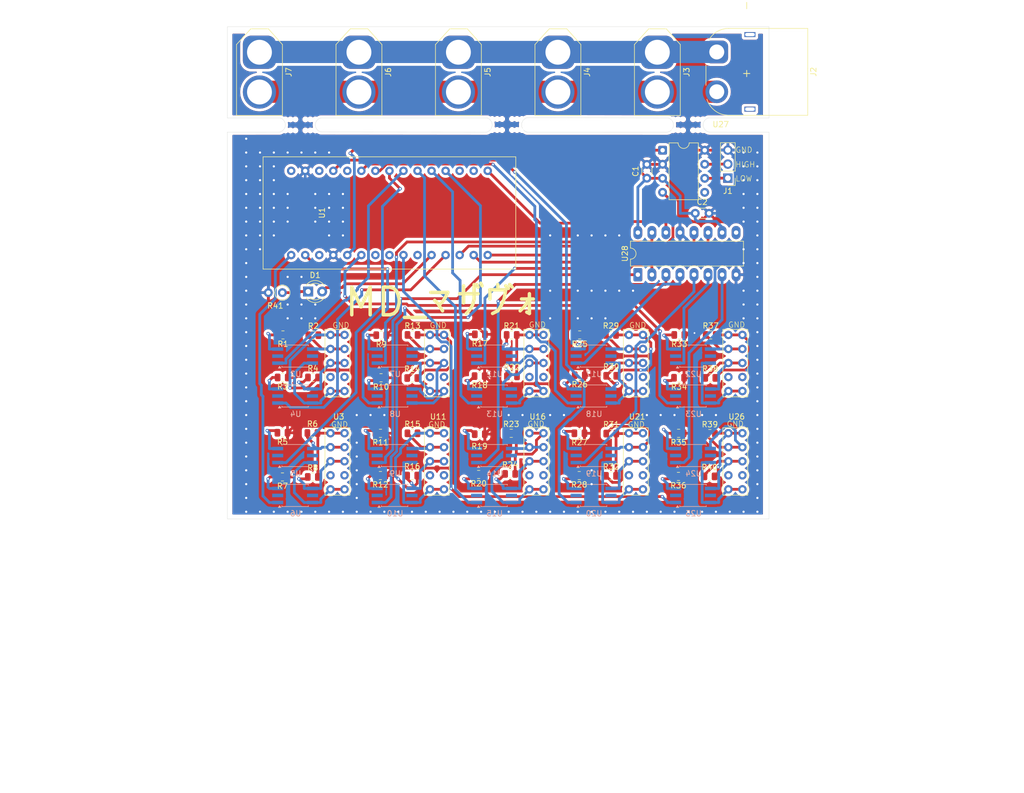
<source format=kicad_pcb>
(kicad_pcb (version 20241229) (generator "pcbnew") (generator_version "9.0")
  (layers (0 "F.Cu" signal) (2 "B.Cu" signal) (13 "F.Paste" user) (15 "B.Paste" user) (5 "F.SilkS" user "F.Silkscreen") (7 "B.SilkS" user "B.Silkscreen") (1 "F.Mask" user) (3 "B.Mask" user) (25 "Edge.Cuts" user))
  (net 0 "")
  (net 1 "GNDD")
  (net 2 "+5VD")
  (net 3 "Net-(D1-K)")
  (net 4 "/LEDPin")
  (net 5 "Net-(J1-Pin_2)")
  (net 6 "Net-(J1-Pin_1)")
  (net 7 "Net-(R1-Pad2)")
  (net 8 "Net-(U3-DIR1)")
  (net 9 "Net-(U3-GND1)")
  (net 10 "Net-(R3-Pad2)")
  (net 11 "Net-(U3-PWM1)")
  (net 12 "Net-(R5-Pad2)")
  (net 13 "Net-(U3-DIR2)")
  (net 14 "Net-(U3-GND2)")
  (net 15 "Net-(R7-Pad2)")
  (net 16 "Net-(U3-PWM2)")
  (net 17 "Net-(R9-Pad2)")
  (net 18 "Net-(R10-Pad2)")
  (net 19 "Net-(R11-Pad2)")
  (net 20 "Net-(R12-Pad2)")
  (net 21 "Net-(U11-DIR1)")
  (net 22 "Net-(U11-GND1)")
  (net 23 "Net-(U11-PWM1)")
  (net 24 "Net-(U11-GND2)")
  (net 25 "Net-(U11-DIR2)")
  (net 26 "Net-(U11-PWM2)")
  (net 27 "Net-(R17-Pad2)")
  (net 28 "Net-(R18-Pad2)")
  (net 29 "Net-(R19-Pad2)")
  (net 30 "Net-(R20-Pad2)")
  (net 31 "Net-(U16-DIR1)")
  (net 32 "Net-(U16-GND1)")
  (net 33 "Net-(U16-PWM1)")
  (net 34 "Net-(U16-GND2)")
  (net 35 "Net-(U16-DIR2)")
  (net 36 "Net-(U16-PWM2)")
  (net 37 "Net-(R25-Pad2)")
  (net 38 "Net-(R26-Pad2)")
  (net 39 "Net-(R27-Pad2)")
  (net 40 "Net-(R28-Pad2)")
  (net 41 "Net-(U21-GND1)")
  (net 42 "Net-(U21-DIR1)")
  (net 43 "Net-(U21-PWM1)")
  (net 44 "Net-(U21-DIR2)")
  (net 45 "Net-(U21-GND2)")
  (net 46 "Net-(U21-PWM2)")
  (net 47 "Net-(R33-Pad2)")
  (net 48 "Net-(R34-Pad2)")
  (net 49 "Net-(R35-Pad2)")
  (net 50 "Net-(R36-Pad2)")
  (net 51 "Net-(U26-DIR1)")
  (net 52 "Net-(U26-GND1)")
  (net 53 "Net-(U26-PWM1)")
  (net 54 "Net-(U26-GND2)")
  (net 55 "Net-(U26-DIR2)")
  (net 56 "Net-(U26-PWM2)")
  (net 57 "/PWM_6")
  (net 59 "/DIR_2")
  (net 60 "/PWM_7")
  (net 61 "/DIR_1")
  (net 62 "/latchPin")
  (net 63 "/dataPin")
  (net 67 "/PWM_5")
  (net 68 "/clockPin")
  (net 69 "/PWM_9")
  (net 70 "/CAN_TX")
  (net 71 "/PWM_1")
  (net 72 "/PWM_4")
  (net 75 "/PWM_8")
  (net 76 "/PWM_2")
  (net 79 "/CAN_RX")
  (net 80 "/PWM_10")
  (net 81 "/PWM_3")
  (net 83 "Net-(U3-VDD1)")
  (net 86 "Net-(U3-VDD2)")
  (net 89 "/DIR_3")
  (net 90 "Net-(U11-VDD1)")
  (net 91 "/DIR_4")
  (net 92 "Net-(U11-VDD2)")
  (net 97 "/DIR_5")
  (net 98 "Net-(U16-VDD1)")
  (net 99 "/DIR_6")
  (net 100 "Net-(U16-VDD2)")
  (net 105 "/DIR_7")
  (net 106 "Net-(U21-VDD1)")
  (net 107 "Net-(U21-VDD2)")
  (net 108 "/DIR_8")
  (net 113 "/DIR_9")
  (net 114 "Net-(U26-VDD1)")
  (net 115 "/DIR_10")
  (net 116 "Net-(U26-VDD2)")
  (net 123 "Net-(J2-+)")
  (net 124 "Net-(J2--)")
  (footprint "Resistor_SMD:R_0805_2012Metric" (layer "F.Cu") (at 131.7875 105.95 180)
    (property "Reference" "R12")
    (property "Value" "100")
  )
  (footprint "MD:MD" (layer "F.Cu") (at 196.05 94.1)
    (property "Reference" "U26")
    (property "Value" "M.D")
  )
  (footprint "Resistor_SMD:R_0805_2012Metric" (layer "F.Cu") (at 119.65 80.55)
    (property "Reference" "R2")
    (property "Value" "100k")
  )
  (footprint "Resistor_SMD:R_0805_2012Metric" (layer "F.Cu") (at 191.3375 106.1)
    (property "Reference" "R40")
    (property "Value" "100k")
  )
  (footprint "Connector_AMASS:AMASS_XT60-F_1x02_P7.20mm_Vertical" (layer "F.Cu") (at 127.9 29.35 -90)
    (property "Reference" "J6")
    (property "Value" "XT60-F")
  )
  (footprint "MD:MD" (layer "F.Cu") (at 160.05 94.1)
    (property "Reference" "U16")
    (property "Value" "M.D")
  )
  (footprint "MD:MD" (layer "F.Cu") (at 142.05 94.1)
    (property "Reference" "U11")
    (property "Value" "M.D")
  )
  (footprint "Resistor_SMD:R_0805_2012Metric" (layer "F.Cu") (at 155.5875 88)
    (property "Reference" "R22")
    (property "Value" "100k")
  )
  (footprint "Package_DIP:DIP-8_W7.62mm" (layer "F.Cu") (at 182.85 47.08)
    (property "Reference" "U27")
    (property "Value" "MCP2561-E-P")
  )
  (footprint "Resistor_SMD:R_0805_2012Metric" (layer "F.Cu") (at 149.5625 105.75 180)
    (property "Reference" "R20")
    (property "Value" "100")
  )
  (footprint "Resistor_SMD:R_0805_2012Metric" (layer "F.Cu") (at 114.0625 106.2 180)
    (property "Reference" "R7")
    (property "Value" "100")
  )
  (footprint "Resistor_SMD:R_0805_2012Metric" (layer "F.Cu") (at 173.5125 106)
    (property "Reference" "R32")
    (property "Value" "100k")
  )
  (footprint "Resistor_SMD:R_0805_2012Metric" (layer "F.Cu") (at 173.5625 98.35)
    (property "Reference" "R31")
    (property "Value" "100k")
  )
  (footprint "Resistor_SMD:R_0805_2012Metric" (layer "F.Cu") (at 167.7625 105.95 180)
    (property "Reference" "R28")
    (property "Value" "100")
  )
  (footprint "MD:MD" (layer "F.Cu") (at 124.05 94.1)
    (property "Reference" "U3")
    (property "Value" "M.D")
  )
  (footprint "Resistor_SMD:R_0805_2012Metric" (layer "F.Cu") (at 185.875 80.5 180)
    (property "Reference" "R33")
    (property "Value" "100")
  )
  (footprint "Connector_AMASS:AMASS_XT60-F_1x02_P7.20mm_Vertical" (layer "F.Cu") (at 145.9 29.35 -90)
    (property "Reference" "J5")
    (property "Value" "XT60-F")
  )
  (footprint "Resistor_SMD:R_0805_2012Metric" (layer "F.Cu") (at 191.55 80.5)
    (property "Reference" "R37")
    (property "Value" "100k")
  )
  (footprint "test:mouthbite_panel" (layer "F.Cu") (at 187.45 41.275)
    (property "Reference" "REF**")
    (property "Value" "mouthbite_panel")
  )
  (footprint "Resistor_SMD:R_0805_2012Metric" (layer "F.Cu") (at 167.85 87.8 180)
    (property "Reference" "R26")
    (property "Value" "100")
  )
  (footprint "Resistor_SMD:R_0805_2012Metric" (layer "F.Cu") (at 173.5 80.5)
    (property "Reference" "R29")
    (property "Value" "100k")
  )
  (footprint "Resistor_SMD:R_0805_2012Metric" (layer "F.Cu") (at 191.475 88.275)
    (property "Reference" "R38")
    (property "Value" "100k")
  )
  (footprint "Resistor_SMD:R_0805_2012Metric" (layer "F.Cu") (at 185.7125 106.1 180)
    (property "Reference" "R36")
    (property "Value" "100")
  )
  (footprint "MD:MD" (layer "F.Cu") (at 178.05 94.1)
    (property "Reference" "U21")
    (property "Value" "M.D")
  )
  (footprint "Resistor_SMD:R_0805_2012Metric" (layer "F.Cu") (at 131.8 98.3 180)
    (property "Reference" "R11")
    (property "Value" "100")
  )
  (footprint "test:mouthbite_panel" (layer "F.Cu") (at 154.7 41.225)
    (property "Reference" "REF**")
    (property "Value" "mouthbite_panel")
  )
  (footprint "Resistor_SMD:R_0805_2012Metric" (layer "F.Cu") (at 167.8 98.3 180)
    (property "Reference" "R27")
    (property "Value" "100")
  )
  (footprint "Resistor_SMD:R_0805_2012Metric" (layer "F.Cu") (at 137.5375 105.95)
    (property "Reference" "R16")
    (property "Value" "100k")
  )
  (footprint "Resistor_SMD:R_0805_2012Metric" (layer "F.Cu") (at 114.15 80.5 180)
    (property "Reference" "R1")
    (property "Value" "100")
  )
  (footprint "Resistor_SMD:R_0805_2012Metric" (layer "F.Cu") (at 114.0625 98.2 180)
    (property "Reference" "R5")
    (property "Value" "100")
  )
  (footprint "Resistor_SMD:R_0805_2012Metric" (layer "F.Cu") (at 155.4625 98.3)
    (property "Reference" "R23")
    (property "Value" "100k")
  )
  (footprint "Connector_AMASS:AMASS_XT60PW-M_1x02_P7.20mm_Horizontal" (layer "F.Cu") (at 192.65 29.3 -90)
    (property "Reference" "J2")
    (property "Value" "XT60PW-M")
  )
  (footprint "Resistor_SMD:R_0805_2012Metric" (layer "F.Cu") (at 131.9 88.25 180)
    (property "Reference" "R10")
    (property "Value" "100")
  )
  (footprint "Resistor_SMD:R_0805_2012Metric" (layer "F.Cu") (at 119.4875 98.25)
    (property "Reference" "R6")
    (property "Value" "100k")
  )
  (footprint "Resistor_SMD:R_0805_2012Metric" (layer "F.Cu") (at 137.55 88.3)
    (property "Reference" "R14")
    (property "Value" "100k")
  )
  (footprint "Resistor_SMD:R_0805_2012Metric" (layer "F.Cu") (at 119.55 106.2)
    (property "Reference" "R8")
    (property "Value" "100k")
  )
  (footprint "NUCLEO-F303K8:NUCLEO-32" (layer "F.Cu") (at 120.72 58.43 90)
    (property "Reference" "U1")
    (property "Value" "nucleo-32")
  )
  (footprint "Connector_AMASS:AMASS_XT60-F_1x02_P7.20mm_Vertical" (layer "F.Cu") (at 181.9 29.35 -90)
    (property "Reference" "J3")
    (property "Value" "XT60-F")
  )
  (footprint "Resistor_SMD:R_0805_2012Metric" (layer "F.Cu") (at 185.825 88.25 180)
    (property "Reference" "R34")
    (property "Value" "100")
  )
  (footprint "Resistor_SMD:R_0805_2012Metric" (layer "F.Cu") (at 149.7625 98.45 180)
    (property "Reference" "R19")
    (property "Value" "100")
  )
  (footprint "Connector_PinHeader_2.54mm:PinHeader_1x03_P2.54mm_Vertical" (layer "F.Cu") (at 194.655 52.13 180)
    (property "Reference" "J1")
    (property "Value" "Conn_01x03_Pin")
  )
  (footprint "Resistor_SMD:R_0805_2012Metric" (layer "F.Cu") (at 149.7375 87.95 180)
    (property "Reference" "R18")
    (property "Value" "100")
  )
  (footprint "Resistor_SMD:R_0805_2012Metric" (layer "F.Cu") (at 191.4 98.35)
    (property "Reference" "R39")
    (property "Value" "100k")
  )
  (footprint "Resistor_SMD:R_0805_2012Metric" (layer "F.Cu") (at 137.6 80.5)
    (property "Reference" "R13")
    (property "Value" "100k")
  )
  (footprint "Capacitor_THT:C_Disc_D3.0mm_W1.6mm_P2.50mm" (layer "F.Cu") (at 188.755 58.49)
    (property "Reference" "C2")
    (property "Value" "0.1u")
  )
  (footprint "test:mouthbite_panel" (layer "F.Cu") (at 117.3 41.3)
    (property "Reference" "REF**")
    (property "Value" "mouthbite_panel")
  )
  (footprint "Connector_AMASS:AMASS_XT60-F_1x02_P7.20mm_Vertical" (layer "F.Cu") (at 109.9 29.35 -90)
    (property "Reference" "J7")
    (property "Value" "XT60-F")
  )
  (footprint "Resistor_SMD:R_0805_2012Metric" (layer "F.Cu") (at 185.75 98.3 180)
    (property "Reference" "R35")
    (property "Value" "100")
  )
  (footprint "Connector_AMASS:AMASS_XT60-F_1x02_P7.20mm_Vertical" (layer "F.Cu") (at 163.9 29.35 -90)
    (property "Reference" "J4")
    (property "Value" "XT60-F")
  )
  (footprint "Resistor_THT:R_Axial_DIN0207_L6.3mm_D2.5mm_P2.54mm_Vertical" (layer "F.Cu") (at 114.045 72.85 180)
    (property "Reference" "R41")
    (property "Value" "1k")
  )
  (footprint "LED_THT:LED_D3.0mm" (layer "F.Cu") (at 118.71 72.65)
    (property "Reference" "D1")
    (property "Value" "LED")
  )
  (footprint "Resistor_SMD:R_0805_2012Metric" (layer "F.Cu") (at 114.1 88.2 180)
    (property "Reference" "R3")
    (property "Value" "100")
  )
  (footprint "Package_DIP:DIP-16_W7.62mm_LongPads" (layer "F.Cu") (at 178.37 69.6 90)
    (property "Reference" "U28")
    (property "Value" "74HC595")
  )
  (footprint "Resistor_SMD:R_0805_2012Metric" (layer "F.Cu") (at 149.7875 80.4 180)
    (property "Reference" "R17")
    (property "Value" "100")
  )
  (footprint "Resistor_SMD:R_0805_2012Metric" (layer "F.Cu") (at 155.5375 80.5)
    (property "Reference" "R21")
    (property "Value" "100k")
  )
  (footprint "Resistor_SMD:R_0805_2012Metric" (layer "F.Cu") (at 173.55 87.9)
    (property "Reference" "R30")
    (property "Value" "100k")
  )
  (footprint "Resistor_SMD:R_0805_2012Metric" (layer "F.Cu") (at 137.5875 98.3)
    (property "Reference" "R15")
    (property "Value" "100k")
  )
  (footprint "Resistor_SMD:R_0805_2012Metric" (layer "F.Cu") (at 167.85 80.5 180)
    (property "Reference" "R25")
    (property "Value" "100")
  )
  (footprint "Resistor_SMD:R_0805_2012Metric" (layer "F.Cu") (at 155.2625 105.65)
    (property "Reference" "R24")
    (property "Value" "100k")
  )
  (footprint "Resistor_SMD:R_0805_2012Metric" (layer "F.Cu") (at 119.5875 88.2)
    (property "Reference" "R4")
    (property "Value" "100k")
  )
  (footprint "Capacitor_THT:C_Disc_D3.0mm_W1.6mm_P2.50mm" (layer "F.Cu") (at 180.005 52.14 90)
    (property "Reference" "C1")
    (property "Value" "0.1u")
  )
  (footprint "Resistor_SMD:R_0805_2012Metric" (layer "F.Cu") (at 131.95 80.55 180)
    (property "Reference" "R9")
    (property "Value" "100")
  )
  (footprint "Package_SO:SO-6_4.4x3.6mm_P1.27mm" (layer "B.Cu") (at 134.35 91.55)
    (property "Reference" "U8")
    (property "Value" "TLP185")
  )
  (footprint "Package_SO:SO-6_4.4x3.6mm_P1.27mm" (layer "B.Cu") (at 134.35 109.55)
    (property "Reference" "U10")
    (property "Value" "TLP185")
  )
  (footprint "Package_SO:SO-6_4.4x3.6mm_P1.27mm" (layer "B.Cu") (at 188.35 102.33)
    (property "Reference" "U24")
    (property "Value" "TLP185")
  )
  (footprint "Package_SO:SO-6_4.4x3.6mm_P1.27mm" (layer "B.Cu") (at 170.35 102.33)
    (property "Reference" "U19")
    (property "Value" "TLP185")
  )
  (footprint "Package_SO:SO-6_4.4x3.6mm_P1.27mm" (layer "B.Cu") (at 116.35 109.55)
    (property "Reference" "U6")
    (property "Value" "TLP185")
  )
  (footprint "Package_SO:SO-6_4.4x3.6mm_P1.27mm" (layer "B.Cu") (at 170.35 109.55)
    (property "Reference" "U20")
    (property "Value" "TLP185")
  )
  (footprint "Package_SO:SO-6_4.4x3.6mm_P1.27mm" (layer "B.Cu") (at 152.35 91.55)
    (property "Reference" "U13")
    (property "Value" "TLP185")
  )
  (footprint "Package_SO:SO-6_4.4x3.6mm_P1.27mm" (layer "B.Cu") (at 116.35 102.33)
    (property "Reference" "U5")
    (property "Value" "TLP185")
  )
  (footprint "Package_SO:SO-6_4.4x3.6mm_P1.27mm" (layer "B.Cu") (at 116.35 84.33)
    (property "Reference" "U2")
    (property "Value" "TLP185")
  )
  (footprint "Package_SO:SO-6_4.4x3.6mm_P1.27mm" (layer "B.Cu") (at 134.35 84.33)
    (property "Reference" "U7")
    (property "Value" "TLP185")
  )
  (footprint "Package_SO:SO-6_4.4x3.6mm_P1.27mm" (layer "B.Cu") (at 188.35 84.33)
    (property "Reference" "U22")
    (property "Value" "TLP185")
  )
  (footprint "Package_SO:SO-6_4.4x3.6mm_P1.27mm" (layer "B.Cu") (at 152.35 84.33)
    (property "Reference" "U12")
    (property "Value" "TLP185")
  )
  (footprint "Package_SO:SO-6_4.4x3.6mm_P1.27mm" (layer "B.Cu") (at 152.35 102.33)
    (property "Reference" "U14")
    (property "Value" "TLP185")
  )
  (footprint "Package_SO:SO-6_4.4x3.6mm_P1.27mm" (layer "B.Cu") (at 170.35 84.33)
    (property "Reference" "U17")
    (property "Value" "TLP185")
  )
  (footprint "Package_SO:SO-6_4.4x3.6mm_P1.27mm" (layer "B.Cu") (at 188.35 109.55)
    (property "Reference" "U25")
    (property "Value" "TLP185")
  )
  (footprint "Package_SO:SO-6_4.4x3.6mm_P1.27mm" (layer "B.Cu") (at 116.35 91.55)
    (property "Reference" "U4")
    (property "Value" "TLP185")
  )
  (footprint "Package_SO:SO-6_4.4x3.6mm_P1.27mm" (layer "B.Cu") (at 134.35 102.33)
    (property "Reference" "U9")
    (property "Value" "TLP185")
  )
  (footprint "Package_SO:SO-6_4.4x3.6mm_P1.27mm" (layer "B.Cu") (at 170.35 91.55)
    (property "Reference" "U18")
    (property "Value" "TLP185")
  )
  (footprint "Package_SO:SO-6_4.4x3.6mm_P1.27mm" (layer "B.Cu") (at 152.35 109.55)
    (property "Reference" "U15")
    (property "Value" "TLP185")
  )
  (footprint "Package_SO:SO-6_4.4x3.6mm_P1.27mm" (layer "B.Cu") (at 188.35 91.55)
    (property "Reference" "U23")
    (property "Value" "TLP185")
  )
  (gr_line (start 183.650437 43.80379) (end 158.3 43.8) (stroke (width 0.05)) (layer "Edge.Cuts"))
  (gr_arc (start 113.7 41.25) (mid 114.576192 42.57884) (end 113.548733 43.794511) (stroke (width 0.05)) (layer "Edge.Cuts"))
  (gr_line (start 202.1 43.8) (end 191.300434 43.797178) (stroke (width 0.05)) (layer "Edge.Cuts"))
  (gr_line (start 202.1 24.75) (end 202.1 41.25) (stroke (width 0.05)) (layer "Edge.Cuts"))
  (gr_line (start 104.1 24.75) (end 202.1 24.75) (stroke (width 0.05)) (layer "Edge.Cuts"))
  (gr_line (start 151.15 41.250001) (end 121 41.250001) (stroke (width 0.05)) (layer "Edge.Cuts"))
  (gr_line (start 113.548733 43.79451) (end 104.1 43.8) (stroke (width 0.05)) (layer "Edge.Cuts"))
  (gr_arc (start 151.15 41.25) (mid 151.993968 42.579057) (end 151 43.8) (stroke (width 0.05)) (layer "Edge.Cuts"))
  (gr_arc (start 183.9 41.25) (mid 184.806218 42.627647) (end 183.650437 43.80379) (stroke (width 0.05)) (layer "Edge.Cuts"))
  (gr_arc (start 191.300434 43.797179) (mid 190.191604 42.602956) (end 191.1 41.25) (stroke (width 0.05)) (layer "Edge.Cuts"))
  (gr_line (start 151 43.8) (end 121.104532 43.770548) (stroke (width 0.05)) (layer "Edge.Cuts"))
  (gr_line (start 104.1 43.8) (end 104.1 113.8) (stroke (width 0.05)) (layer "Edge.Cuts"))
  (gr_arc (start 121.104531 43.770548) (mid 120.015608 42.553266) (end 121 41.25) (stroke (width 0.05)) (layer "Edge.Cuts"))
  (gr_line (start 183.899998 41.25) (end 158.3 41.200001) (stroke (width 0.05)) (layer "Edge.Cuts"))
  (gr_line (start 202.1 41.25) (end 191.1 41.250001) (stroke (width 0.05)) (layer "Edge.Cuts"))
  (gr_line (start 113.7 41.250001) (end 104.1 41.25) (stroke (width 0.05)) (layer "Edge.Cuts"))
  (gr_arc (start 158.303977 43.801217) (mid 157.339855 42.50208) (end 158.3 41.2) (stroke (width 0.05)) (layer "Edge.Cuts"))
  (gr_line (start 202.1 113.8) (end 202.1 43.8) (stroke (width 0.05)) (layer "Edge.Cuts"))
  (gr_line (start 104.1 41.25) (end 104.1 24.75) (stroke (width 0.05)) (layer "Edge.Cuts"))
  (gr_line (start 104.1 113.8) (end 202.1 113.8) (stroke (width 0.05)) (layer "Edge.Cuts"))
  (gr_text "GND" (at 123.05 79.35 0) (layer "F.SilkS") (effects (font (size 1 1) (thickness 0.1)) (justify left bottom)))
  (gr_text "GND" (at 194.65 79.25 0) (layer "F.SilkS") (effects (font (size 1 1) (thickness 0.1)) (justify left bottom)))
  (gr_text "LOW" (at 195.985 52.795 0) (layer "F.SilkS") (effects (font (size 1 1) (thickness 0.1)) (justify left bottom)))
  (gr_text "GND" (at 194.4 97.2 0) (layer "F.SilkS") (effects (font (size 1 1) (thickness 0.1)) (justify left bottom)))
  (gr_text "MD_マザヴォ" (at 125 77.5 0) (layer "F.SilkS") (effects (font (size 5 5) (thickness 0.625)) (justify left bottom)))
  (gr_text "GND" (at 158.6 79.25 0) (layer "F.SilkS") (effects (font (size 1 1) (thickness 0.1)) (justify left bottom)))
  (gr_text "GND" (at 176.5 97.3 0) (layer "F.SilkS") (effects (font (size 1 1) (thickness 0.1)) (justify left bottom)))
  (gr_text "GND" (at 158.35 97.2 0) (layer "F.SilkS") (effects (font (size 1 1) (thickness 0.1)) (justify left bottom)))
  (gr_text "GND" (at 195.985 47.6 0) (layer "F.SilkS") (effects (font (size 1 1) (thickness 0.1)) (justify left bottom)))
  (gr_text "HIGH" (at 195.95 50.25 0) (layer "F.SilkS") (effects (font (size 1 1) (thickness 0.1)) (justify left bottom)))
  (gr_text "GND" (at 176.75 79.35 0) (layer "F.SilkS") (effects (font (size 1 1) (thickness 0.1)) (justify left bottom)))
  (gr_text "GND" (at 122.8 97.3 0) (layer "F.SilkS") (effects (font (size 1 1) (thickness 0.1)) (justify left bottom)))
  (gr_text "GND" (at 140.65 79.35 0) (layer "F.SilkS") (effects (font (size 1 1) (thickness 0.1)) (justify left bottom)))
  (gr_text "GND" (at 140.4 97.3 0) (layer "F.SilkS") (effects (font (size 1 1) (thickness 0.1)) (justify left bottom)))
  (segment (start 111.505 76.9425) (end 115.0625 80.5) (width 0.5) (layer "F.Cu") (net 1))
  (segment (start 168.0543 96.3851) (end 168.7125 97.0433) (width 0.5) (layer "F.Cu") (net 1))
  (segment (start 114.975 98.2) (end 114.975 106.2) (width 0.5) (layer "F.Cu") (net 1))
  (segment (start 150.675 98.45) (end 152.7399 96.3851) (width 0.5) (layer "F.Cu") (net 1))
  (segment (start 147.2564 104.5988) (end 134.0512 104.5988) (width 0.5) (layer "F.Cu") (net 1))
  (segment (start 115.0625 86.85) (end 131.4125 86.85) (width 0.5) (layer "F.Cu") (net 1))
  (segment (start 188.6186 80.1579) (end 187.1296 80.1579) (width 0.5) (layer "F.Cu") (net 1))
  (segment (start 153.7113 96.3851) (end 168.0543 96.3851) (width 0.5) (layer "F.Cu") (net 1))
  (segment (start 115.0625 86.85) (end 115.0625 80.5) (width 0.5) (layer "F.Cu") (net 1))
  (segment (start 168.675 98.3375) (end 168.675 105.95) (width 0.5) (layer "F.Cu") (net 1))
  (segment (start 134.231 79.1815) (end 149.4815 79.1815) (width 0.5) (layer "F.Cu") (net 1))
  (segment (start 132.8625 80.55) (end 134.231 79.1815) (width 0.5) (layer "F.Cu") (net 1))
  (segment (start 182.83 49.64) (end 182.85 49.62) (width 0.5) (layer "F.Cu") (net 1))
  (segment (start 150.475 104.538) (end 147.3172 104.538) (width 0.5) (layer "F.Cu") (net 1))
  (segment (start 134.0512 99.6387) (end 132.7125 98.3) (width 0.5) (layer "F.Cu") (net 1))
  (segment (start 168.7625 84.31) (end 168.7625 80.5) (width 0.5) (layer "F.Cu") (net 1))
  (segment (start 165.6324 86.6169) (end 162.9147 89.3346) (width 0.5) (layer "F.Cu") (net 1))
  (segment (start 186.625 99.4687) (end 186.625 106.1) (width 0.5) (layer "F.Cu") (net 1))
  (segment (start 186.625 99.4687) (end 183.2687 99.4687) (width 0.5) (layer "F.Cu") (net 1))
  (segment (start 185.39 47.08) (end 182.85 49.62) (width 0.5) (layer "F.Cu") (net 1))
  (segment (start 186.6625 98.3) (end 186.6625 99.4312) (width 0.5) (layer "F.Cu") (net 1))
  (segment (start 150.475 104.538) (end 150.475 105.75) (width 0.5) (layer "F.Cu") (net 1))
  (segment (start 180.005 49.64) (end 182.83 49.64) (width 0.5) (layer "F.Cu") (net 1))
  (segment (start 150.65 80.45) (end 150.65 87.95) (width 0.5) (layer "F.Cu") (net 1))
  (segment (start 180.1416 96.3416) (end 169.4142 96.3416) (width 0.5) (layer "F.Cu") (net 1))
  (segment (start 183.2687 99.4687) (end 180.1416 96.3416) (width 0.5) (layer "F.Cu") (net 1))
  (segment (start 153.7113 96.3851) (end 153.7113 89.3346) (width 0.5) (layer "F.Cu") (net 1))
  (segment (start 168.7625 86.6169) (end 168.7625 84.31) (width 0.5) (layer "F.Cu") (net 1))
  (segment (start 132.8625 80.55) (end 132.8625 85.4) (width 0.5) (layer "F.Cu") (net 1))
  (segment (start 194.655 47.05) (end 193.305 47.05) (width 0.5) (layer "F.Cu") (net 1))
  (segment (start 132.8625 85.4) (end 131.4125 86.85) (width 0.5) (layer "F.Cu") (net 1))
  (segment (start 168.7625 87.8) (end 168.7625 86.6169) (width 0.5) (layer "F.Cu") (net 1))
  (segment (start 114.975 98.2) (end 116.1278 97.0472) (width 0.5) (layer "F.Cu") (net 1))
  (segment (start 186.7375 84.31) (end 186.7875 84.26) (width 0.5) (layer "F.Cu") (net 1))
  (segment (start 168.7625 84.31) (end 186.7375 84.31) (width 0.5) (layer "F.Cu") (net 1))
  (segment (start 147.3172 104.538) (end 147.2564 104.5988) (width 0.5) (layer "F.Cu") (net 1))
  (segment (start 150.675 104.338) (end 150.475 104.538) (width 0.5) (layer "F.Cu") (net 1))
  (segment (start 115.0125 88.2) (end 115.0125 86.9) (width 0.5) (layer "F.Cu") (net 1))
  (segment (start 187.1296 80.1579) (end 186.7875 80.5) (width 0.5) (layer "F.Cu") (net 1))
  (segment (start 149.4815 79.1815) (end 150.7 80.4) (width 0.5) (layer "F.Cu") (net 1))
  (segment (start 131.4597 97.0472) (end 132.7125 98.3) (width 0.5) (layer "F.Cu") (net 1))
  (segment (start 168.7125 98.3) (end 168.7125 97.0433) (width 0.5) (layer "F.Cu") (net 1))
  (segment (start 169.4142 96.3416) (end 168.7125 97.0433) (width 0.5) (layer "F.Cu") (net 1))
  (segment (start 193.275 47.08) (end 190.47 47.08) (width 0.5) (layer "F.Cu") (net 1))
  (segment (start 111.505 72.85) (end 111.505 76.9425) (width 0.5) (layer "F.Cu") (net 1))
  (segment (start 186.6625 99.4312) (end 186.625 99.4687) (width 0.5) (layer "F.Cu") (net 1))
  (segment (start 152.7399 96.3851) (end 153.7113 96.3851) (width 0.5) (layer "F.Cu") (net 1))
  (segment (start 153.7113 89.3346) (end 152.0346 89.3346) (width 0.5) (layer "F.Cu") (net 1))
  (segment (start 132.7 105.95) (end 134.0512 104.5988) (width 0.5) (layer "F.Cu") (net 1))
  (segment (start 168.7125 98.3) (end 168.675 98.3375) (width 0.5) (layer "F.Cu") (net 1))
  (segment (start 131.4125 86.85) (end 132.8125 88.25) (width 0.5) (layer "F.Cu") (net 1))
  (segment (start 186.7375 88.25) (end 186.7375 84.31) (width 0.5) (layer "F.Cu") (net 1))
  (segment (start 186.7875 84.26) (end 186.7875 80.5) (width 0.5) (layer "F.Cu") (net 1))
  (segment (start 168.7625 86.6169) (end 165.6324 86.6169) (width 0.5) (layer "F.Cu") (net 1))
  (segment (start 193.305 47.05) (end 193.275 47.08) (width 0.5) (layer "F.Cu") (net 1))
  (segment (start 116.1278 97.0472) (end 131.4597 97.0472) (width 0.5) (layer "F.Cu") (net 1))
  (segment (start 150.7 80.4) (end 150.65 80.45) (width 0.5) (layer "F.Cu") (net 1))
  (segment (start 115.0125 86.9) (end 115.0625 86.85) (width 0.5) (layer "F.Cu") (net 1))
  (segment (start 134.0512 104.5988) (end 134.0512 99.6387) (width 0.5) (layer "F.Cu") (net 1))
  (segment (start 152.0346 89.3346) (end 150.65 87.95) (width 0.5) (layer "F.Cu") (net 1))
  (segment (start 150.675 98.45) (end 150.675 104.338) (width 0.5) (layer "F.Cu") (net 1))
  (segment (start 162.9147 89.3346) (end 153.7113 89.3346) (width 0.5) (layer "F.Cu") (net 1))
  (segment (start 190.47 47.08) (end 185.39 47.08) (width 0.5) (layer "F.Cu") (net 1))
  (via (at 200 72.5) (size 0.8) (drill 0.4) (layers "F.Cu" "B.Cu") (net 1))
  (via (at 190 95) (size 0.8) (drill 0.4) (layers "F.Cu" "B.Cu") (net 1))
  (via (at 170 105) (size 0.8) (drill 0.4) (layers "F.Cu" "B.Cu") (net 1))
  (via (at 110 55) (size 0.8) (drill 0.4) (layers "F.Cu" "B.Cu") (net 1))
  (via (at 200 62.5) (size 0.8) (drill 0.4) (layers "F.Cu" "B.Cu") (net 1))
  (via (at 115 75) (size 0.8) (drill 0.4) (layers "F.Cu" "B.Cu") (net 1))
  (via (at 120 55) (size 0.8) (drill 0.4) (layers "F.Cu" "B.Cu") (net 1))
  (via (at 197.5 65) (size 0.8) (drill 0.4) (layers "F.Cu" "B.Cu") (net 1))
  (via (at 120 77.5) (size 0.8) (drill 0.4) (layers "F.Cu" "B.Cu") (net 1))
  (via (at 107.5 67.5) (size 0.8) (drill 0.4) (layers "F.Cu" "B.Cu") (net 1))
  (via (at 130 95) (size 0.8) (drill 0.4) (layers "F.Cu" "B.Cu") (net 1))
  (via (at 107.5 55) (size 0.8) (drill 0.4) (layers "F.Cu" "B.Cu") (net 1))
  (via (at 112.5 47.5) (size 0.8) (drill 0.4) (layers "F.Cu" "B.Cu") (net 1))
  (via (at 107.5 82.5) (size 0.8) (drill 0.4) (layers "F.Cu" "B.Cu") (net 1))
  (via (at 112.5 50) (size 0.8) (drill 0.4) (layers "F.Cu" "B.Cu") (net 1))
  (via (at 137.5 112.5) (size 0.8) (drill 0.4) (layers "F.Cu" "B.Cu") (net 1))
  (via (at 117.5 47.5) (size 0.8) (drill 0.4) (layers "F.Cu" "B.Cu") (net 1))
  (via (at 117.5 75) (size 0.8) (drill 0.4) (layers "F.Cu" "B.Cu") (net 1))
  (via (at 170 77.5) (size 0.8) (drill 0.4) (layers "F.Cu" "B.Cu") (net 1))
  (via (at 115 60) (size 0.8) (drill 0.4) (layers "F.Cu" "B.Cu") (net 1))
  (via (at 175 62.5) (size 0.8) (drill 0.4) (layers "F.Cu" "B.Cu") (net 1))
  (via (at 172.5 77.5) (size 0.8) (drill 0.4) (layers "F.Cu" "B.Cu") (net 1))
  (via (at 107.5 90) (size 0.8) (drill 0.4) (layers "F.Cu" "B.Cu") (net 1))
  (via (at 197.5 50) (size 0.8) (drill 0.4) (layers "F.Cu" "B.Cu") (net 1))
  (via (at 120 47.5) (size 0.8) (drill 0.4) (layers "F.Cu" "B.Cu") (net 1))
  (via (at 107.5 107.5) (size 0.8) (drill 0.4) (layers "F.Cu" "B.Cu") (net 1))
  (via (at 107.5 60) (size 0.8) (drill 0.4) (layers "F.Cu" "B.Cu") (net 1))
  (via (at 197.5 67.5) (size 0.8) (drill 0.4) (layers "F.Cu" "B.Cu") (net 1))
  (via (at 107.5 87.5) (size 0.8) (drill 0.4) (layers "F.Cu" "B.Cu") (net 1))
  (via (at 115 77.5) (size 0.8) (drill 0.4) (layers "F.Cu" "B.Cu") (net 1))
  (via (at 112.5 112.5) (size 0.8) (drill 0.4) (layers "F.Cu" "B.Cu") (net 1))
  (via (at 107.5 80) (size 0.8) (drill 0.4) (layers "F.Cu" "B.Cu") (net 1))
  (via (at 200 70) (size 0.8) (drill 0.4) (layers "F.Cu" "B.Cu") (net 1))
  (via (at 110 62.5) (size 0.8) (drill 0.4) (layers "F.Cu" "B.Cu") (net 1))
  (via (at 165 112.5) (size 0.8) (drill 0.4) (layers "F.Cu" "B.Cu") (net 1))
  (via (at 122.5 112.5) (size 0.8) (drill 0.4) (layers "F.Cu" "B.Cu") (net 1))
  (via (at 200 75) (size 0.8) (drill 0.4) (layers "F.Cu" "B.Cu") (net 1))
  (via (at 115 57.5) (size 0.8) (drill 0.4) (layers "F.Cu" "B.Cu") (net 1))
  (via (at 185 112.5) (size 0.8) (drill 0.4) (layers "F.Cu" "B.Cu") (net 1))
  (via (at 162.5 62.5) (size 0.8) (drill 0.4) (layers "F.Cu" "B.Cu") (net 1))
  (via (at 200 85) (size 0.8) (drill 0.4) (layers "F.Cu" "B.Cu") (net 1))
  (via (at 115 55) (size 0.8) (drill 0.4) (layers "F.Cu" "B.Cu") (net 1))
  (via (at 172.5 62.5) (size 0.8) (drill 0.4) (layers "F.Cu" "B.Cu") (net 1))
  (via (at 200 102.5) (size 0.8) (drill 0.4) (layers "F.Cu" "B.Cu") (net 1))
  (via (at 122.5 55) (size 0.8) (drill 0.4) (layers "F.Cu" "B.Cu") (net 1))
  (via (at 200 105) (size 0.8) (drill 0.4) (layers "F.Cu" "B.Cu") (net 1))
  (via (at 177.5 72.5) (size 0.8) (drill 0.4) (layers "F.Cu" "B.Cu") (net 1))
  (via (at 200 52.5) (size 0.8) (drill 0.4) (layers "F.Cu" "B.Cu") (net 1))
  (via (at 140 112.5) (size 0.8) (drill 0.4) (layers "F.Cu" "B.Cu") (net 1))
  (via (at 197.5 77.5) (size 0.8) (drill 0.4) (layers "F.Cu" "B.Cu") (net 1))
  (via (at 117.5 70) (size 0.8) (drill 0.4) (layers "F.Cu" "B.Cu") (net 1))
  (via (at 170 62.5) (size 0.8) (drill 0.4) (layers "F.Cu" "B.Cu") (net 1))
  (via (at 132.5 95) (size 0.8) (drill 0.4) (layers "F.Cu" "B.Cu") (net 1))
  (via (at 160 112.5) (size 0.8) (drill 0.4) (layers "F.Cu" "B.Cu") (net 1))
  (via (at 187.5 112.5) (size 0.8) (drill 0.4) (layers "F.Cu" "B.Cu") (net 1))
  (via (at 112.5 57.5) (size 0.8) (drill 0.4) (layers "F.Cu" "B.Cu") (net 1))
  (via (at 107.5 57.5) (size 0.8) (drill 0.4) (layers "F.Cu" "B.Cu") (net 1))
  (via (at 127.5 95) (size 0.8) (drill 0.4) (layers "F.Cu" "B.Cu") (net 1))
  (via (at 120 60) (size 0.8) (drill 0.4) (layers "F.Cu" "B.Cu") (net 1))
  (via (at 112.5 62.5) (size 0.8) (drill 0.4) (layers "F.Cu" "B.Cu") (net 1))
  (via (at 182.5 112.5) (size 0.8) (drill 0.4) (layers "F.Cu" "B.Cu") (net 1))
  (via (at 145 112.5) (size 0.8) (drill 0.4) (layers "F.Cu" "B.Cu") (net 1))
  (via (at 197.5 72.5) (size 0.8) (drill 0.4) (layers "F.Cu" "B.Cu") (net 1))
  (via (at 107.5 72.5) (size 0.8) (drill 0.4) (layers "F.Cu" "B.Cu") (net 1))
  (via (at 192.5 95) (size 0.8) (drill 0.4) (layers "F.Cu" "B.Cu") (net 1))
  (via (at 200 60) (size 0.8) (drill 0.4) (layers "F.Cu" "B.Cu") (net 1))
  (via (at 200 107.5) (size 0.8) (drill 0.4) (layers "F.Cu" "B.Cu") (net 1))
  (via (at 125 57.5) (size 0.8) (drill 0.4) (layers "F.Cu" "B.Cu") (net 1))
  (via (at 200 92.5) (size 0.8) (drill 0.4) (layers "F.Cu" "B.Cu") (net 1))
  (via (at 200 77.5) (size 0.8) (drill 0.4) (layers "F.Cu" "B.Cu") (net 1))
  (via (at 177.5 112.5) (size 0.8) (drill 0.4) (layers "F.Cu" "B.Cu") (net 1))
  (via (at 107.5 110) (size 0.8) (drill 0.4) (layers "F.Cu" "B.Cu") (net 1))
  (via (at 200 47.5) (size 0.8) (drill 0.4) (layers "F.Cu" "B.Cu") (net 1))
  (via (at 120 112.5) (size 0.8) (drill 0.4) (layers "F.Cu" "B.Cu") (net 1))
  (via (at 150 112.5) (size 0.8) (drill 0.4) (layers "F.Cu" "B.Cu") (net 1))
  (via (at 107.5 77.5) (size 0.8) (drill 0.4) (layers "F.Cu" "B.Cu") (net 1))
  (via (at 110 52.5) (size 0.8) (drill 0.4) (layers "F.Cu" "B.Cu") (net 1))
  (via (at 117.5 77.5) (size 0.8) (drill 0.4) (layers "F.Cu" "B.Cu") (net 1))
  (via (at 107.5 95) (size 0.8) (drill 0.4) (layers "F.Cu" "B.Cu") (net 1))
  (via (at 127.5 100) (size 0.8) (drill 0.4) (layers "F.Cu" "B.Cu") (net 1))
  (via (at 157.5 95) (size 0.8) (drill 0.4) (layers "F.Cu" "B.Cu") (net 1))
  (via (at 185 95) (size 0.8) (drill 0.4) (layers "F.Cu" "B.Cu") (net 1))
  (via (at 162.5 77.5) (size 0.8) (drill 0.4) (layers "F.Cu" "B.Cu") (net 1))
  (via (at 110 50) (size 0.8) (drill 0.4) (layers "F.Cu" "B.Cu") (net 1))
  (via (at 200 80) (size 0.8) (drill 0.4) (layers "F.Cu" "B.Cu") (net 1))
  (via (at 165 95) (size 0.8) (drill 0.4) (layers "F.Cu" "B.Cu") (net 1))
  (via (at 120 75) (size 0.8) (drill 0.4) (layers "F.Cu" "B.Cu") (net 1))
  (via (at 122.5 47.5) (size 0.8) (drill 0.4) (layers "F.Cu" "B.Cu") (net 1))
  (via (at 110 112.5) (size 0.8) (drill 0.4) (layers "F.Cu" "B.Cu") (net 1))
  (via (at 200 87.5) (size 0.8) (drill 0.4) (layers "F.Cu" "B.Cu") (net 1))
  (via (at 197.5 112.5) (size 0.8) (drill 0.4) (layers "F.Cu" "B.Cu") (net 1))
  (via (at 195 112.5) (size 0.8) (drill 0.4) (layers "F.Cu" "B.Cu") (net 1))
  (via (at 107.5 112.5) (size 0.8) (drill 0.4) (layers "F.Cu" "B.Cu") (net 1))
  (via (at 125 55) (size 0.8) (drill 0.4) (layers "F.Cu" "B.Cu") (net 1))
  (via (at 197.5 75) (size 0.8) (drill 0.4) (layers "F.Cu" "B.Cu") (net 1))
  (via (at 200 90) (size 0.8) (drill 0.4) (layers "F.Cu" "B.Cu") (net 1))
  (via (at 107.5 70) (size 0.8) (drill 0.4) (layers "F.Cu" "B.Cu") (net 1))
  (via (at 180 95) (size 0.8) (drill 0.4) (layers "F.Cu" "B.Cu") (net 1))
  (via (at 200 82.5) (size 0.8) (drill 0.4) (layers "F.Cu" "B.Cu") (net 1))
  (via (at 190 112.5) (size 0.8) (drill 0.4) (layers "F.Cu" "B.Cu") (net 1))
  (via (at 107.5 97.5) (size 0.8) (drill 0.4) (layers "F.Cu" "B.Cu") (net 1))
  (via (at 170 72.5) (size 0.8) (drill 0.4) (layers "F.Cu" "B.Cu") (net 1))
  (via (at 107.5 47.5) (size 0.8) (drill 0.4) (layers "F.Cu" "B.Cu") (net 1))
  (via (at 120 57.5) (size 0.8) (drill 0.4) (layers "F.Cu" "B.Cu") (net 1))
  (via (at 130 112.5) (size 0.8) (drill 0.4) (layers "F.Cu" "B.Cu") (net 1))
  (via (at 107.5 62.5) (size 0.8) (drill 0.4) (layers "F.Cu" "B.Cu") (net 1))
  (via (at 107.5 65) (size 0.8) (drill 0.4) (layers "F.Cu" "B.Cu") (net 1))
  (via (at 110 65) (size 0.8) (drill 0.4) (layers "F.Cu" "B.Cu") (net 1))
  (via (at 180 112.5) (size 0.8) (drill 0.4) (layers "F.Cu" "B.Cu") (net 1))
  (via (at 167.5 77.5) (size 0.8) (drill 0.4) (layers "F.Cu" "B.Cu") (net 1))
  (via (at 107.5 52.5) (size 0.8) (drill 0.4) (layers "F.Cu" "B.Cu") (net 1))
  (via (at 172.5 72.5) (size 0.8) (drill 0.4) (layers "F.Cu" "B.Cu") (net 1))
  (via (at 122.5 62.5) (size 0.8) (drill 0.4) (layers "F.Cu" "B.Cu") (net 1))
  (via (at 122.5 60) (size 0.8) (drill 0.4) (layers "F.Cu" "B.Cu") (net 1))
  (via (at 115 112.5) (size 0.8) (drill 0.4) (layers "F.Cu" "B.Cu") (net 1))
  (via (at 167.5 72.5) (size 0.8) (drill 0.4) (layers "F.Cu" "B.Cu") (net 1))
  (via (at 200 57.5) (size 0.8) (drill 0.4) (layers "F.Cu" "B.Cu") (net 1))
  (via (at 112.5 52.5) (size 0.8) (drill 0.4) (layers "F.Cu" "B.Cu") (net 1))
  (via (at 175 112.5) (size 0.8) (drill 0.4) (layers "F.Cu" "B.Cu") (net 1))
  (via (at 200 110) (size 0.8) (drill 0.4) (layers "F.Cu" "B.Cu") (net 1))
  (via (at 115 47.5) (size 0.8) (drill 0.4) (layers "F.Cu" "B.Cu") (net 1))
  (via (at 107.5 105) (size 0.8) (drill 0.4) (layers "F.Cu" "B.Cu") (net 1))
  (via (at 167.5 112.5) (size 0.8) (drill 0.4) (layers "F.Cu" "B.Cu") (net 1))
  (via (at 162.5 72.5) (size 0.8) (drill 0.4) (layers "F.Cu" "B.Cu") (net 1))
  (via (at 162.5 95) (size 0.8) (drill 0.4) (layers "F.Cu" "B.Cu") (net 1))
  (via (at 147.5 112.5) (size 0.8) (drill 0.4) (layers "F.Cu" "B.Cu") (net 1))
  (via (at 155 95) (size 0.8) (drill 0.4) (layers "F.Cu" "B.Cu") (net 1))
  (via (at 135 112.5) (size 0.8) (drill 0.4) (layers "F.Cu" "B.Cu") (net 1))
  (via (at 117.5 112.5) (size 0.8) (drill 0.4) (layers "F.Cu" "B.Cu") (net 1))
  (via (at 125 60) (size 0.8) (drill 0.4) (layers "F.Cu" "B.Cu") (net 1))
  (via (at 110 60) (size 0.8) (drill 0.4) (layers "F.Cu" "B.Cu") (net 1))
  (via (at 110 47.5) (size 0.8) (drill 0.4) (layers "F.Cu" "B.Cu") (net 1))
  (via (at 115 70) (size 0.8) (drill 0.4) (layers "F.Cu" "B.Cu") (net 1))
  (via (at 162.5 112.5) (size 0.8) (drill 0.4) (layers "F.Cu" "B.Cu") (net 1))
  (via (at 175 72.5) (size 0.8) (drill 0.4) (layers "F.Cu" "B.Cu") (net 1))
  (via (at 200 95) (size 0.8) (drill 0.4) (layers "F.Cu" "B.Cu") (net 1))
  (via (at 127.5 107.5) (size 0.8) (drill 0.4) (layers "F.Cu" "B.Cu") (net 1))
  (via (at 200 112.5) (size 0.8) (drill 0.4) (layers "F.Cu" "B.Cu") (net 1))
  (via (at 157.5 112.5) (size 0.8) (drill 0.4) (layers "F.Cu" "B.Cu") (net 1))
  (via (at 107.5 85) (size 0.8) (drill 0.4) (layers "F.Cu" "B.Cu") (net 1))
  (via (at 188.6186 80.1579) (size 0.6) (drill 0.3) (layers "F.Cu" "B.Cu") (net 1))
  (via (at 197.5 57.5) (size 0.8) (drill 0.4) (layers "F.Cu" "B.Cu") (net 1))
  (via (at 107.5 50) (size 0.8) (drill 0.4) (layers "F.Cu" "B.Cu") (net 1))
  (via (at 142.5 112.5) (size 0.8) (drill 0.4) (layers "F.Cu" "B.Cu") (net 1))
  (via (at 197.5 55) (size 0.8) (drill 0.4) (layers "F.Cu" "B.Cu") (net 1))
  (via (at 107.5 75) (size 0.8) (drill 0.4) (layers "F.Cu" "B.Cu") (net 1))
  (via (at 127.5 102.5) (size 0.8) (drill 0.4) (layers "F.Cu" "B.Cu") (net 1))
  (via (at 200 97.5) (size 0.8) (drill 0.4) (layers "F.Cu" "B.Cu") (net 1))
  (via (at 170 112.5) (size 0.8) (drill 0.4) (layers "F.Cu" "B.Cu") (net 1))
  (via (at 125 112.5) (size 0.8) (drill 0.4) (layers "F.Cu" "B.Cu") (net 1))
  (via (at 155 112.5) (size 0.8) (drill 0.4) (layers "F.Cu" "B.Cu") (net 1))
  (via (at 200 67.5) (size 0.8) (drill 0.4) (layers "F.Cu" "B.Cu") (net 1))
  (via (at 127.5 110) (size 0.8) (drill 0.4) (layers "F.Cu" "B.Cu") (net 1))
  (via (at 125 62.5) (size 0.8) (drill 0.4) (layers "F.Cu" "B.Cu") (net 1))
  (via (at 112.5 55) (size 0.8) (drill 0.4) (layers "F.Cu" "B.Cu") (net 1))
  (via (at 197.5 47.5) (size 0.8) (drill 0.4) (layers "F.Cu" "B.Cu") (net 1))
  (via (at 200 55) (size 0.8) (drill 0.4) (layers "F.Cu" "B.Cu") (net 1))
  (via (at 200 50) (size 0.8) (drill 0.4) (layers "F.Cu" "B.Cu") (net 1))
  (via (at 182.5 95) (size 0.8) (drill 0.4) (layers "F.Cu" "B.Cu") (net 1))
  (via (at 170 107.5) (size 0.8) (drill 0.4) (layers "F.Cu" "B.Cu") (net 1))
  (via (at 167.5 62.5) (size 0.8) (drill 0.4) (layers "F.Cu" "B.Cu") (net 1))
  (via (at 112.5 60) (size 0.8) (drill 0.4) (layers "F.Cu" "B.Cu") (net 1))
  (via (at 132.5 112.5) (size 0.8) (drill 0.4) (layers "F.Cu" "B.Cu") (net 1))
  (via (at 122.5 57.5) (size 0.8) (drill 0.4) (layers "F.Cu" "B.Cu") (net 1))
  (via (at 200 100) (size 0.8) (drill 0.4) (layers "F.Cu" "B.Cu") (net 1))
  (via (at 192.5 112.5) (size 0.8) (drill 0.4) (layers "F.Cu" "B.Cu") (net 1))
  (via (at 127.5 105) (size 0.8) (drill 0.4) (layers "F.Cu" "B.Cu") (net 1))
  (via (at 152.5 112.5) (size 0.8) (drill 0.4) (layers "F.Cu" "B.Cu") (net 1))
  (via (at 110 57.5) (size 0.8) (drill 0.4) (layers "F.Cu" "B.Cu") (net 1))
  (via (at 197.5 60) (size 0.8) (drill 0.4) (layers "F.Cu" "B.Cu") (net 1))
  (via (at 107.5 102.5) (size 0.8) (drill 0.4) (layers "F.Cu" "B.Cu") (net 1))
  (via (at 107.5 92.5) (size 0.8) (drill 0.4) (layers "F.Cu" "B.Cu") (net 1))
  (via (at 107.5 45) (size 0.8) (drill 0.4) (layers "F.Cu" "B.Cu") (net 1))
  (via (at 200 65) (size 0.8) (drill 0.4) (layers "F.Cu" "B.Cu") (net 1))
  (via (at 197.5 52.5) (size 0.8) (drill 0.4) (layers "F.Cu" "B.Cu") (net 1))
  (via (at 127.5 112.5) (size 0.8) (drill 0.4) (layers "F.Cu" "B.Cu") (net 1))
  (via (at 172.5 112.5) (size 0.8) (drill 0.4) (layers "F.Cu" "B.Cu") (net 1))
  (via (at 107.5 100) (size 0.8) (drill 0.4) (layers "F.Cu" "B.Cu") (net 1))
  (segment (start 111.505 72.85) (end 111.505 68.4604) (width 0.5) (layer "B.Cu") (net 1))
  (segment (start 196.15 67.9) (end 195.25 67) (width 0.5) (layer "B.Cu") (net 1))
  (segment (start 195.9627 48.3577) (end 194.655 47.05) (width 0.5) (layer "B.Cu") (net 1))
  (segment (start 192.3286 68.7051) (end 192.3286 76.4479) (width 0.5) (layer "B.Cu") (net 1))
  (segment (start 195.9627 57.9771) (end 195.9627 48.3577) (width 0.5) (layer "B.Cu") (net 1))
  (segment (start 194.0337 67) (end 192.3286 68.7051) (width 0.5) (layer "B.Cu") (net 1))
  (segment (start 192.3286 76.4479) (end 188.6186 80.1579) (width 0.5) (layer "B.Cu") (net 1))
  (segment (start 123.26 66.05) (end 118.5877 61.3777) (width 0.5) (layer "B.Cu") (net 1))
  (segment (start 195.4498 58.49) (end 191.255 58.49) (width 0.5) (layer "B.Cu") (net 1))
  (segment (start 118.5877 61.3777) (end 118.18 60.97) (width 0.5) (layer "B.Cu") (net 1))
  (segment (start 196.15 69.6) (end 196.15 67.9) (width 0.5) (layer "B.Cu") (net 1))
  (segment (start 195.9627 57.9771) (end 195.4498 58.49) (width 0.5) (layer "B.Cu") (net 1))
  (segment (start 192.3286 68.3186) (end 192.3286 68.7051) (width 0.5) (layer "B.Cu") (net 1))
  (segment (start 195.25 67) (end 194.0337 67) (width 0.5) (layer "B.Cu") (net 1))
  (segment (start 118.18 60.97) (end 118.18 50.81) (width 0.5) (layer "B.Cu") (net 1))
  (segment (start 111.505 68.4604) (end 118.5877 61.3777) (width 0.5) (layer "B.Cu") (net 1))
  (segment (start 185.99 61.98) (end 192.3286 68.3186) (width 0.5) (layer "B.Cu") (net 1))
  (segment (start 180.005 52.14) (end 176.042 48.177) (width 0.5) (layer "F.Cu") (net 2))
  (segment (start 131.2839 48.8695) (end 125.2005 48.8695) (width 0.5) (layer "F.Cu") (net 2))
  (segment (start 131.5654 48.588) (end 131.2839 48.8695) (width 0.5) (layer "F.Cu") (net 2))
  (segment (start 180.025 52.16) (end 180.005 52.14) (width 0.5) (layer "F.Cu") (net 2))
  (segment (start 131.9764 48.177) (end 131.5654 48.588) (width 0.5) (layer "F.Cu") (net 2))
  (segment (start 131.5654 48.588) (end 131.2839 48.8695) (width 0.5) (layer "F.Cu") (net 2))
  (segment (start 176.042 48.177) (end 131.9764 48.177) (width 0.5) (layer "F.Cu") (net 2))
  (segment (start 182.85 52.16) (end 180.025 52.16) (width 0.5) (layer "F.Cu") (net 2))
  (segment (start 125.2005 48.8695) (end 123.26 50.81) (width 0.5) (layer "F.Cu") (net 2))
  (segment (start 186.0398 58.49) (end 186.0398 55.3498) (width 0.5) (layer "B.Cu") (net 2))
  (segment (start 188.75 58.495) (end 188.755 58.49) (width 0.5) (layer "B.Cu") (net 2))
  (segment (start 188.75 59.55) (end 188.75 58.495) (width 0.5) (layer "B.Cu") (net 2))
  (segment (start 193.61 61.98) (end 193.61 61.01) (width 0.5) (layer "B.Cu") (net 2))
  (segment (start 188.755 58.49) (end 186.0398 58.49) (width 0.5) (layer "B.Cu") (net 2))
  (segment (start 178.37 53.775) (end 180.005 52.14) (width 0.5) (layer "B.Cu") (net 2))
  (segment (start 193.61 61.01) (end 192.55 59.95) (width 0.5) (layer "B.Cu") (net 2))
  (segment (start 192.55 59.95) (end 189.15 59.95) (width 0.5) (layer "B.Cu") (net 2))
  (segment (start 186.0398 55.3498) (end 182.85 52.16) (width 0.5) (layer "B.Cu") (net 2))
  (segment (start 189.15 59.95) (end 188.75 59.55) (width 0.5) (layer "B.Cu") (net 2))
  (segment (start 178.37 61.98) (end 178.37 53.775) (width 0.5) (layer "B.Cu") (net 2))
  (segment (start 117.11 72.85) (end 117.31 72.65) (width 0.5) (layer "F.Cu") (net 3))
  (segment (start 114.045 72.85) (end 117.11 72.85) (width 0.5) (layer "F.Cu") (net 3))
  (segment (start 118.71 72.65) (end 117.31 72.65) (width 0.5) (layer "F.Cu") (net 3))
  (segment (start 135.8435 71.2465) (end 125.5284 71.2465) (width 0.5) (layer "F.Cu") (net 4))
  (segment (start 125.5284 71.2466) (end 125.1174 71.6576) (width 0.5) (layer "F.Cu") (net 4))
  (segment (start 124.8282 71.9468) (end 121.9532 71.9468) (width 0.5) (layer "F.Cu") (net 4))
  (segment (start 125.5284 71.2465) (end 125.5284 71.2466) (width 0.5) (layer "F.Cu") (net 4))
  (segment (start 121.9532 71.9468) (end 121.25 72.65) (width 0.5) (layer "F.Cu") (net 4))
  (segment (start 141.04 66.05) (end 135.8435 71.2465) (width 0.5) (layer "F.Cu") (net 4))
  (segment (start 125.1174 71.6576) (end 124.8282 71.9468) (width 0.5) (layer "F.Cu") (net 4))
  (segment (start 125.1174 71.6576) (end 124.8282 71.9468) (width 0.5) (layer "F.Cu") (net 4))
  (segment (start 194.655 49.59) (end 193.305 49.59) (width 0.5) (layer "F.Cu") (net 5))
  (segment (start 193.275 49.62) (end 193.305 49.59) (width 0.5) (layer "F.Cu") (net 5))
  (segment (start 190.47 49.62) (end 193.275 49.62) (width 0.5) (layer "F.Cu") (net 5))
  (segment (start 190.47 52.16) (end 193.275 52.16) (width 0.5) (layer "F.Cu") (net 6))
  (segment (start 193.275 52.16) (end 193.305 52.13) (width 0.5) (layer "F.Cu") (net 6))
  (segment (start 194.655 52.13) (end 193.305 52.13) (width 0.5) (layer "F.Cu") (net 6))
  (segment (start 113.2375 80.5) (end 111.6989 80.5) (width 0.5) (layer "F.Cu") (net 7))
  (segment (start 111.6989 80.5) (end 111.4614 80.2625) (width 0.5) (layer "F.Cu") (net 7))
  (via (at 111.4614 80.2625) (size 0.6) (drill 0.3) (layers "F.Cu" "B.Cu") (net 7))
  (segment (start 113.2 83.06) (end 111.7 83.06) (width 0.5) (layer "B.Cu") (net 7))
  (segment (start 111.7 80.5011) (end 111.7 83.06) (width 0.5) (layer "B.Cu") (net 7))
  (segment (start 111.4614 80.2625) (end 111.7 80.5011) (width 0.5) (layer "B.Cu") (net 7))
  (segment (start 118.7375 80.55) (end 121.2275 83.04) (width 0.5) (layer "F.Cu") (net 8))
  (segment (start 121.2275 83.04) (end 122.75 83.04) (width 0.5) (layer "F.Cu") (net 8))
  (segment (start 125.29 83.04) (end 122.75 83.04) (width 0.5) (layer "F.Cu") (net 8))
  (segment (start 119.5 83.06) (end 122.73 83.06) (width 0.5) (layer "B.Cu") (net 8))
  (segment (start 122.73 83.06) (end 122.75 83.04) (width 0.5) (layer "B.Cu") (net 8))
  (segment (start 125.29 80.5) (end 122.75 80.5) (width 0.5) (layer "F.Cu") (net 9))
  (segment (start 120.6125 80.5) (end 120.5625 80.55) (width 0.5) (layer "F.Cu") (net 9))
  (segment (start 118.5959 90.1041) (end 120.5 88.2) (width 0.5) (layer "F.Cu") (net 9))
  (segment (start 115.4266 90.1041) (end 118.5959 90.1041) (width 0.5) (layer "F.Cu") (net 9))
  (segment (start 122.75 80.5) (end 120.6125 80.5) (width 0.5) (layer "F.Cu") (net 9))
  (via (at 115.4266 90.1041) (size 0.6) (drill 0.3) (layers "F.Cu" "B.Cu") (net 9))
  (segment (start 122.75 80.5) (end 120.0716 80.5) (width 0.5) (layer "B.Cu") (net 9))
  (segment (start 120.0716 80.5) (end 115.4266 85.145) (width 0.5) (layer "B.Cu") (net 9))
  (segment (start 115.4266 85.145) (end 115.4266 90.1041) (width 0.5) (layer "B.Cu") (net 9))
  (segment (start 112.255 88.2) (end 111.6875 88.7675) (width 0.5) (layer "F.Cu") (net 10))
  (segment (start 113.1875 88.2) (end 112.255 88.2) (width 0.5) (layer "F.Cu") (net 10))
  (via (at 111.6875 88.7675) (size 0.6) (drill 0.3) (layers "F.Cu" "B.Cu") (net 10))
  (segment (start 111.6875 88.7675) (end 111.7 88.78) (width 0.5) (layer "B.Cu") (net 10))
  (segment (start 111.7 88.78) (end 111.7 90.28) (width 0.5) (layer "B.Cu") (net 10))
  (segment (start 113.2 90.28) (end 111.7 90.28) (width 0.5) (layer "B.Cu") (net 10))
  (segment (start 117.8375 89.0375) (end 118.675 88.2) (width 0.5) (layer "F.Cu") (net 11))
  (segment (start 125.29 85.58) (end 122.75 85.58) (width 0.5) (layer "F.Cu") (net 11))
  (segment (start 117.0324 89.0375) (end 117.8375 89.0375) (width 0.5) (layer "F.Cu") (net 11))
  (via (at 117.0324 89.0375) (size 0.6) (drill 0.3) (layers "F.Cu" "B.Cu") (net 11))
  (segment (start 120.25 90.28) (end 119.5 90.28) (width 0.5) (layer "B.Cu") (net 11))
  (segment (start 121 87.33) (end 122.75 85.58) (width 0.5) (layer "B.Cu") (net 11))
  (segment (start 118 90.28) (end 118 90.0051) (width 0.5) (layer "B.Cu") (net 11))
  (segment (start 119.5 90.28) (end 118 90.28) (width 0.5) (layer "B.Cu") (net 11))
  (segment (start 120.25 90.28) (end 121 90.28) (width 0.5) (layer "B.Cu") (net 11))
  (segment (start 118 90.0051) (end 117.0324 89.0375) (width 0.5) (layer "B.Cu") (net 11))
  (segment (start 121 90.28) (end 121 87.33) (width 0.5) (layer "B.Cu") (net 11))
  (segment (start 112.7625 97.8125) (end 113.15 98.2) (width 0.5) (layer "F.Cu") (net 12))
  (segment (start 111.2941 97.8125) (end 112.7625 97.8125) (width 0.5) (layer "F.Cu") (net 12))
  (via (at 111.2941 97.8125) (size 0.6) (drill 0.3) (layers "F.Cu" "B.Cu") (net 12))
  (segment (start 111.7 98.2184) (end 111.2941 97.8125) (width 0.5) (layer "B.Cu") (net 12))
  (segment (start 111.7 101.06) (end 111.7 98.2184) (width 0.5) (layer "B.Cu") (net 12))
  (segment (start 113.2 101.06) (end 111.7 101.06) (width 0.5) (layer "B.Cu") (net 12))
  (segment (start 118.575 99.0367) (end 118.575 98.25) (width 0.5) (layer "F.Cu") (net 13))
  (segment (start 125.29 100.82) (end 122.75 100.82) (width 0.5) (layer "F.Cu") (net 13))
  (segment (start 119.6082 100.0699) (end 118.575 99.0367) (width 0.5) (layer "F.Cu") (net 13))
  (via (at 119.6082 100.0699) (size 0.6) (drill 0.3) (layers "F.Cu" "B.Cu") (net 13))
  (segment (start 119.5 101.06) (end 120.1956 101.06) (width 0.5) (layer "B.Cu") (net 13))
  (segment (start 122.75 100.82) (end 121.24 100.82) (width 0.5) (layer "B.Cu") (net 13))
  (segment (start 120.1956 101.06) (end 119.6082 100.4726) (width 0.5) (layer "B.Cu") (net 13))
  (segment (start 119.6082 100.4726) (end 119.6082 100.0699) (width 0.5) (layer "B.Cu") (net 13))
  (segment (start 120.1956 101.06) (end 121 101.06) (width 0.5) (layer "B.Cu") (net 13))
  (segment (start 121.24 100.82) (end 121 101.06) (width 0.5) (layer "B.Cu") (net 13))
  (segment (start 120.495 98.28) (end 120.4625 98.3125) (width 0.5) (layer "F.Cu") (net 14))
  (segment (start 122.75 98.28) (end 120.495 98.28) (width 0.5) (layer "F.Cu") (net 14))
  (segment (start 120.4625 106.2) (end 120.4625 98.3125) (width 0.5) (layer "F.Cu") (net 14))
  (segment (start 125.29 98.28) (end 122.75 98.28) (width 0.5) (layer "F.Cu") (net 14))
  (segment (start 120.4625 98.3125) (end 120.4 98.25) (width 0.5) (layer "F.Cu") (net 14))
  (segment (start 113.15 106.2) (end 111.8066 106.2) (width 0.5) (layer "F.Cu") (net 15))
  (segment (start 111.8066 106.2) (end 111.4641 106.5425) (width 0.5) (layer "F.Cu") (net 15))
  (via (at 111.4641 106.5425) (size 0.6) (drill 0.3) (layers "F.Cu" "B.Cu") (net 15))
  (segment (start 111.4641 108.0441) (end 111.7 108.28) (width 0.5) (layer "B.Cu") (net 15))
  (segment (start 113.2 108.28) (end 111.7 108.28) (width 0.5) (layer "B.Cu") (net 15))
  (segment (start 111.4641 106.5425) (end 111.4641 108.0441) (width 0.5) (layer "B.Cu") (net 15))
  (segment (start 118.295 106.5425) (end 118.6375 106.2) (width 0.5) (layer "F.Cu") (net 16))
  (segment (start 117.0136 106.5425) (end 118.295 106.5425) (width 0.5) (layer "F.Cu") (net 16))
  (segment (start 122.75 103.36) (end 125.29 103.36) (width 0.5) (layer "F.Cu") (net 16))
  (via (at 117.0136 106.5425) (size 0.6) (drill 0.3) (layers "F.Cu" "B.Cu") (net 16))
  (segment (start 121 108.28) (end 121 105.11) (width 0.5) (layer "B.Cu") (net 16))
  (segment (start 120.25 108.28) (end 121 108.28) (width 0.5) (layer "B.Cu") (net 16))
  (segment (start 121 105.11) (end 122.75 103.36) (width 0.5) (layer "B.Cu") (net 16))
  (segment (start 118 108.28) (end 118 107.5289) (width 0.5) (layer "B.Cu") (net 16))
  (segment (start 118 107.5289) (end 117.0136 106.5425) (width 0.5) (layer "B.Cu") (net 16))
  (segment (start 119.5 108.28) (end 118 108.28) (width 0.5) (layer "B.Cu") (net 16))
  (segment (start 120.25 108.28) (end 119.5 108.28) (width 0.5) (layer "B.Cu") (net 16))
  (segment (start 129.4527 80.55) (end 129.4402 80.5375) (width 0.5) (layer "F.Cu") (net 17))
  (segment (start 131.0375 80.55) (end 129.4527 80.55) (width 0.5) (layer "F.Cu") (net 17))
  (via (at 129.4402 80.5375) (size 0.6) (drill 0.3) (layers "F.Cu" "B.Cu") (net 17))
  (segment (start 129.4402 80.5375) (end 129.7 80.7973) (width 0.5) (layer "B.Cu") (net 17))
  (segment (start 129.7 80.7973) (end 129.7 83.06) (width 0.5) (layer "B.Cu") (net 17))
  (segment (start 131.2 83.06) (end 129.7 83.06) (width 0.5) (layer "B.Cu") (net 17))
  (segment (start 130.47 88.7675) (end 130.9875 88.25) (width 0.5) (layer "F.Cu") (net 18))
  (segment (start 129.6881 88.7675) (end 130.47 88.7675) (width 0.5) (layer "F.Cu") (net 18))
  (via (at 129.6881 88.7675) (size 0.6) (drill 0.3) (layers "F.Cu" "B.Cu") (net 18))
  (segment (start 129.7 88.7794) (end 129.6881 88.7675) (width 0.5) (layer "B.Cu") (net 18))
  (segment (start 131.2 90.28) (end 129.7 90.28) (width 0.5) (layer "B.Cu") (net 18))
  (segment (start 129.7 90.28) (end 129.7 88.7794) (width 0.5) (layer "B.Cu") (net 18))
  (segment (start 130.4 97.8125) (end 130.8875 98.3) (width 0.5) (layer "F.Cu") (net 19))
  (segment (start 129.0902 97.8125) (end 130.4 97.8125) (width 0.5) (layer "F.Cu") (net 19))
  (via (at 129.0902 97.8125) (size 0.6) (drill 0.3) (layers "F.Cu" "B.Cu") (net 19))
  (segment (start 129.7 98.4223) (end 129.0902 97.8125) (width 0.5) (layer "B.Cu") (net 19))
  (segment (start 131.2 101.06) (end 129.7 101.06) (width 0.5) (layer "B.Cu") (net 19))
  (segment (start 129.7 101.06) (end 129.7 98.4223) (width 0.5) (layer "B.Cu") (net 19))
  (segment (start 130.055 105.95) (end 129.4625 106.5425) (width 0.5) (layer "F.Cu") (net 20))
  (segment (start 130.875 105.95) (end 130.055 105.95) (width 0.5) (layer "F.Cu") (net 20))
  (via (at 129.4625 106.5425) (size 0.6) (drill 0.3) (layers "F.Cu" "B.Cu") (net 20))
  (segment (start 129.4625 106.5425) (end 129.7 106.78) (width 0.5) (layer "B.Cu") (net 20))
  (segment (start 129.7 106.78) (end 129.7 108.28) (width 0.5) (layer "B.Cu") (net 20))
  (segment (start 131.2 108.28) (end 129.7 108.28) (width 0.5) (layer "B.Cu") (net 20))
  (segment (start 139.2275 83.04) (end 136.6875 80.5) (width 0.5) (layer "F.Cu") (net 21))
  (segment (start 143.29 83.04) (end 140.75 83.04) (width 0.5) (layer "F.Cu") (net 21))
  (segment (start 140.75 83.04) (end 139.2275 83.04) (width 0.5) (layer "F.Cu") (net 21))
  (segment (start 140.75 83.04) (end 139.02 83.04) (width 0.5) (layer "B.Cu") (net 21))
  (segment (start 137.5 83.06) (end 139 83.06) (width 0.5) (layer "B.Cu") (net 21))
  (segment (start 139.02 83.04) (end 139 83.06) (width 0.5) (layer "B.Cu") (net 21))
  (segment (start 139.9125 86.85) (end 138.4625 88.3) (width 0.5) (layer "F.Cu") (net 22))
  (segment (start 138.5125 80.5) (end 140.75 80.5) (width 0.5) (layer "F.Cu") (net 22))
  (segment (start 144.5124 86.1175) (end 143.7799 86.85) (width 0.5) (layer "F.Cu") (net 22))
  (segment (start 143.29 80.5) (end 144.5124 81.7224) (width 0.5) (layer "F.Cu") (net 22))
  (segment (start 143.7799 86.85) (end 139.9125 86.85) (width 0.5) (layer "F.Cu") (net 22))
  (segment (start 140.75 80.5) (end 143.29 80.5) (width 0.5) (layer "F.Cu") (net 22))
  (segment (start 144.5124 81.7224) (end 144.5124 86.1175) (width 0.5) (layer "F.Cu") (net 22))
  (segment (start 136.6375 88.3) (end 139.3575 85.58) (width 0.5) (layer "F.Cu") (net 23))
  (segment (start 139.3575 85.58) (end 140.75 85.58) (width 0.5) (layer "F.Cu") (net 23))
  (segment (start 143.29 85.58) (end 140.75 85.58) (width 0.5) (layer "F.Cu") (net 23))
  (segment (start 141.2428 91.927) (end 142.02 91.1498) (width 0.5) (layer "B.Cu") (net 23))
  (segment (start 142.02 86.85) (end 143.29 85.58) (width 0.5) (layer "B.Cu") (net 23))
  (segment (start 137.5 90.28) (end 139 90.28) (width 0.5) (layer "B.Cu") (net 23))
  (segment (start 142.02 91.1498) (end 142.02 86.85) (width 0.5) (layer "B.Cu") (net 23))
  (segment (start 140.2832 91.927) (end 141.2428 91.927) (width 0.5) (layer "B.Cu") (net 23))
  (segment (start 139 90.6438) (end 140.2832 91.927) (width 0.5) (layer "B.Cu") (net 23))
  (segment (start 139 90.28) (end 139 90.6438) (width 0.5) (layer "B.Cu") (net 23))
  (segment (start 138.45 107.3561) (end 137.6687 108.1374) (width 0.5) (layer "F.Cu") (net 24))
  (segment (start 138.45 105.95) (end 138.45 107.3561) (width 0.5) (layer "F.Cu") (net 24))
  (segment (start 143.29 98.28) (end 140.75 98.28) (width 0.5) (layer "F.Cu") (net 24))
  (segment (start 138.52 98.28) (end 138.5 98.3) (width 0.5) (layer "F.Cu") (net 24))
  (segment (start 140.75 98.28) (end 138.52 98.28) (width 0.5) (layer "F.Cu") (net 24))
  (segment (start 136.5863 108.1374) (end 135.0364 106.5875) (width 0.5) (layer "F.Cu") (net 24))
  (segment (start 137.6687 108.1374) (end 136.5863 108.1374) (width 0.5) (layer "F.Cu") (net 24))
  (via (at 135.0364 106.5875) (size 0.6) (drill 0.3) (layers "F.Cu" "B.Cu") (net 24))
  (segment (start 138.2364 98.28) (end 140.75 98.28) (width 0.5) (layer "B.Cu") (net 24))
  (segment (start 135.4345 101.8558) (end 135.4345 101.0819) (width 0.5) (layer "B.Cu") (net 24))
  (segment (start 134.5264 106.0775) (end 134.5264 102.7639) (width 0.5) (layer "B.Cu") (net 24))
  (segment (start 134.5264 102.7639) (end 135.4345 101.8558) (width 0.5) (layer "B.Cu") (net 24))
  (segment (start 135.0364 106.5875) (end 134.5264 106.0775) (width 0.5) (layer "B.Cu") (net 24))
  (segment (start 135.4345 101.0819) (end 138.2364 98.28) (width 0.5) (layer "B.Cu") (net 24))
  (segment (start 143.29 100.82) (end 140.75 100.82) (width 0.5) (layer "F.Cu") (net 25))
  (segment (start 136.675 98.3) (end 139.195 100.82) (width 0.5) (layer "F.Cu") (net 25))
  (segment (start 139.195 100.82) (end 140.75 100.82) (width 0.5) (layer "F.Cu") (net 25))
  (segment (start 137.5 101.06) (end 140.51 101.06) (width 0.5) (layer "B.Cu") (net 25))
  (segment (start 140.51 101.06) (end 140.75 100.82) (width 0.5) (layer "B.Cu") (net 25))
  (segment (start 137.4088 107.3055) (end 136.625 106.5217) (width 0.5) (layer "F.Cu") (net 26))
  (segment (start 136.625 106.5217) (end 136.625 105.95) (width 0.5) (layer "F.Cu") (net 26))
  (segment (start 143.29 103.36) (end 140.75 103.36) (width 0.5) (layer "F.Cu") (net 26))
  (via (at 137.4088 107.3055) (size 0.6) (drill 0.3) (layers "F.Cu" "B.Cu") (net 26))
  (segment (start 137.5 108.28) (end 138.25 108.28) (width 0.5) (layer "B.Cu") (net 26))
  (segment (start 137.4088 107.4388) (end 137.4088 107.3055) (width 0.5) (layer "B.Cu") (net 26))
  (segment (start 139 108.28) (end 139 105.11) (width 0.5) (layer "B.Cu") (net 26))
  (segment (start 138.25 108.28) (end 137.4088 107.4388) (width 0.5) (layer "B.Cu") (net 26))
  (segment (start 139 105.11) (end 140.75 103.36) (width 0.5) (layer "B.Cu") (net 26))
  (segment (start 138.25 108.28) (end 139 108.28) (width 0.5) (layer "B.Cu") (net 26))
  (segment (start 148.875 80.4) (end 147.6511 80.4) (width 0.5) (layer "F.Cu") (net 27))
  (segment (start 147.6511 80.4) (end 147.5136 80.2625) (width 0.5) (layer "F.Cu") (net 27))
  (via (at 147.5136 80.2625) (size 0.6) (drill 0.3) (layers "F.Cu" "B.Cu") (net 27))
  (segment (start 149.2 83.06) (end 147.7 83.06) (width 0.5) (layer "B.Cu") (net 27))
  (segment (start 147.5136 82.8736) (end 147.7 83.06) (width 0.5) (layer "B.Cu") (net 27))
  (segment (start 147.5136 80.2625) (end 147.5136 82.8736) (width 0.5) (layer "B.Cu") (net 27))
  (segment (start 148.0075 88.7675) (end 148.825 87.95) (width 0.5) (layer "F.Cu") (net 28))
  (segment (start 147.2461 88.7675) (end 148.0075 88.7675) (width 0.5) (layer "F.Cu") (net 28))
  (segment (start 147.2461 88.7675) (end 147.5136 88.7675) (width 0.5) (layer "F.Cu") (net 28))
  (via (at 147.5136 88.7675) (size 0.6) (drill 0.3) (layers "F.Cu" "B.Cu") (net 28))
  (segment (start 147.7 90.28) (end 147.7 88.9539) (width 0.5) (layer "B.Cu") (net 28))
  (segment (start 149.2 90.28) (end 147.7 90.28) (width 0.5) (layer "B.Cu") (net 28))
  (segment (start 147.7 88.9539) (end 147.5136 88.7675) (width 0.5) (layer "B.Cu") (net 28))
  (segment (start 146.9989 97.8125) (end 148.2125 97.8125) (width 0.5) (layer "F.Cu") (net 29))
  (segment (start 148.2125 97.8125) (end 148.85 98.45) (width 0.5) (layer "F.Cu") (net 29))
  (via (at 146.9989 97.8125) (size 0.6) (drill 0.3) (layers "F.Cu" "B.Cu") (net 29))
  (segment (start 149.2 101.06) (end 147.7 101.06) (width 0.5) (layer "B.Cu") (net 29))
  (segment (start 147.7 101.06) (end 147.7 98.5136) (width 0.5) (layer "B.Cu") (net 29))
  (segment (start 147.7 98.5136) (end 146.9989 97.8125) (width 0.5) (layer "B.Cu") (net 29))
  (segment (start 146.8989 106.5425) (end 147.8575 106.5425) (width 0.5) (layer "F.Cu") (net 30))
  (segment (start 147.8575 106.5425) (end 148.65 105.75) (width 0.5) (layer "F.Cu") (net 30))
  (via (at 146.8989 106.5425) (size 0.6) (drill 0.3) (layers "F.Cu" "B.Cu") (net 30))
  (segment (start 149.2 108.28) (end 147.7 108.28) (width 0.5) (layer "B.Cu") (net 30))
  (segment (start 147.7 107.3436) (end 146.8989 106.5425) (width 0.5) (layer "B.Cu") (net 30))
  (segment (start 147.7 108.28) (end 147.7 107.3436) (width 0.5) (layer "B.Cu") (net 30))
  (segment (start 161.29 83.04) (end 158.75 83.04) (width 0.5) (layer "F.Cu") (net 31))
  (segment (start 154.625 82.1518) (end 154.625 80.5) (width 0.5) (layer "F.Cu") (net 31))
  (via (at 154.625 82.1518) (size 0.6) (drill 0.3) (layers "F.Cu" "B.Cu") (net 31))
  (segment (start 154.364 82.1518) (end 154.625 82.1518) (width 0.5) (layer "B.Cu") (net 31))
  (segment (start 154 83.06) (end 154 82.5158) (width 0.5) (layer "B.Cu") (net 31))
  (segment (start 158.73 83.06) (end 155.5 83.06) (width 0.5) (layer "B.Cu") (net 31))
  (segment (start 158.75 83.04) (end 158.73 83.06) (width 0.5) (layer "B.Cu") (net 31))
  (segment (start 155.5 83.06) (end 154 83.06) (width 0.5) (layer "B.Cu") (net 31))
  (segment (start 154 82.5158) (end 154.364 82.1518) (width 0.5) (layer "B.Cu") (net 31))
  (segment (start 158.75 80.5) (end 156.45 80.5) (width 0.5) (layer "F.Cu") (net 32))
  (segment (start 156.5 88) (end 156.45 87.95) (width 0.5) (layer "F.Cu") (net 32))
  (segment (start 161.29 80.5) (end 158.75 80.5) (width 0.5) (layer "F.Cu") (net 32))
  (segment (start 156.45 87.95) (end 156.45 80.5) (width 0.5) (layer "F.Cu") (net 32))
  (segment (start 158.75 85.58) (end 161.29 85.58) (width 0.5) (layer "F.Cu") (net 33))
  (segment (start 154.675 86.8651) (end 154.5472 86.7373) (width 0.5) (layer "F.Cu") (net 33))
  (segment (start 154.675 88) (end 154.675 86.8651) (width 0.5) (layer "F.Cu") (net 33))
  (via (at 154.5472 86.7373) (size 0.6) (drill 0.3) (layers "F.Cu" "B.Cu") (net 33))
  (segment (start 154 89.1901) (end 155.5 87.6901) (width 0.5) (layer "B.Cu") (net 33))
  (segment (start 154 90.28) (end 154 89.1901) (width 0.5) (layer "B.Cu") (net 33))
  (segment (start 155.5 90.28) (end 154 90.28) (width 0.5) (layer "B.Cu") (net 33))
  (segment (start 155.5 87.6901) (end 156.6399 87.6901) (width 0.5) (layer "B.Cu") (net 33))
  (segment (start 155.5 87.6901) (end 154.5472 86.7373) (width 0.5) (layer "B.Cu") (net 33))
  (segment (start 156.6399 87.6901) (end 158.75 85.58) (width 0.5) (layer "B.Cu") (net 33))
  (segment (start 156.375 102.075) (end 159.2436 102.075) (width 0.5) (layer "F.Cu") (net 34))
  (segment (start 161.29 98.28) (end 158.75 98.28) (width 0.5) (layer "F.Cu") (net 34))
  (segment (start 156.375 102.075) (end 156.375 98.3) (width 0.5) (layer "F.Cu") (net 34))
  (segment (start 160.02 101.2986) (end 160.02 99.55) (width 0.5) (layer "F.Cu") (net 34))
  (segment (start 156.175 105.65) (end 156.175 102.275) (width 0.5) (layer "F.Cu") (net 34))
  (segment (start 156.175 102.275) (end 156.375 102.075) (width 0.5) (layer "F.Cu") (net 34))
  (segment (start 160.02 99.55) (end 161.29 98.28) (width 0.5) (layer "F.Cu") (net 34))
  (segment (start 159.2436 102.075) (end 160.02 101.2986) (width 0.5) (layer "F.Cu") (net 34))
  (segment (start 155.7315 97.1185) (end 156.967 97.1185) (width 0.5) (layer "F.Cu") (net 35))
  (segment (start 154.55 98.3) (end 155.7315 97.1185) (width 0.5) (layer "F.Cu") (net 35))
  (segment (start 156.967 97.1185) (end 157.4382 97.5897) (width 0.5) (layer "F.Cu") (net 35))
  (segment (start 157.4382 97.5897) (end 157.4382 99.5082) (width 0.5) (layer "F.Cu") (net 35))
  (segment (start 157.4382 99.5082) (end 158.75 100.82) (width 0.5) (layer "F.Cu") (net 35))
  (segment (start 158.51 101.06) (end 158.75 100.82) (width 0.5) (layer "B.Cu") (net 35))
  (segment (start 161.29 100.82) (end 158.75 100.82) (width 0.5) (layer "B.Cu") (net 35))
  (segment (start 155.5 101.06) (end 158.51 101.06) (width 0.5) (layer "B.Cu") (net 35))
  (segment (start 153.4125 106.5875) (end 154.35 105.65) (width 0.5) (layer "F.Cu") (net 36))
  (segment (start 152.7247 106.5875) (end 153.4125 106.5875) (width 0.5) (layer "F.Cu") (net 36))
  (segment (start 158.75 103.36) (end 161.29 103.36) (width 0.5) (layer "F.Cu") (net 36))
  (via (at 152.7247 106.5875) (size 0.6) (drill 0.3) (layers "F.Cu" "B.Cu") (net 36))
  (segment (start 156.25 108.28) (end 155.5 108.28) (width 0.5) (layer "B.Cu") (net 36))
  (segment (start 154 107.8628) (end 152.7247 106.5875) (width 0.5) (layer "B.Cu") (net 36))
  (segment (start 157 108.28) (end 157 105.11) (width 0.5) (layer "B.Cu") (net 36))
  (segment (start 157 105.11) (end 158.75 103.36) (width 0.5) (layer "B.Cu") (net 36))
  (segment (start 155.5 108.28) (end 154 108.28) (width 0.5) (layer "B.Cu") (net 36))
  (segment (start 156.25 108.28) (end 157 108.28) (width 0.5) (layer "B.Cu") (net 36))
  (segment (start 154 108.28) (end 154 107.8628) (width 0.5) (layer "B.Cu") (net 36))
  (segment (start 166.9375 81.6678) (end 167.5022 82.2325) (width 0.5) (layer "F.Cu") (net 37))
  (segment (start 166.9375 80.5) (end 166.9375 81.6678) (width 0.5) (layer "F.Cu") (net 37))
  (via (at 167.5022 82.2325) (size 0.6) (drill 0.3) (layers "F.Cu" "B.Cu") (net 37))
  (segment (start 168.3851 82.2325) (end 168.7 82.5474) (width 0.5) (layer "B.Cu") (net 37))
  (segment (start 167.2 83.06) (end 168.7 83.06) (width 0.5) (layer "B.Cu") (net 37))
  (segment (start 168.7 82.5474) (end 168.7 83.06) (width 0.5) (layer "B.Cu") (net 37))
  (segment (start 167.5022 82.2325) (end 168.3851 82.2325) (width 0.5) (layer "B.Cu") (net 37))
  (segment (start 165.047 89.2265) (end 165.511 89.2265) (width 0.5) (layer "F.Cu") (net 38))
  (segment (start 165.511 89.2265) (end 166.9375 87.8) (width 0.5) (layer "F.Cu") (net 38))
  (via (at 165.047 89.2265) (size 0.6) (drill 0.3) (layers "F.Cu" "B.Cu") (net 38))
  (segment (start 165.7 90.28) (end 165.7 89.8795) (width 0.5) (layer "B.Cu") (net 38))
  (segment (start 165.7 89.8795) (end 165.047 89.2265) (width 0.5) (layer "B.Cu") (net 38))
  (segment (start 167.2 90.28) (end 165.7 90.28) (width 0.5) (layer "B.Cu") (net 38))
  (segment (start 166.8875 98.3) (end 166.5425 97.955) (width 0.5) (layer "F.Cu") (net 39))
  (segment (start 166.5425 97.955) (end 164.945 97.955) (width 0.5) (layer "F.Cu") (net 39))
  (via (at 164.945 97.955) (size 0.6) (drill 0.3) (layers "F.Cu" "B.Cu") (net 39))
  (segment (start 165.7 98.71) (end 165.7 101.06) (width 0.5) (layer "B.Cu") (net 39))
  (segment (start 167.2 101.06) (end 165.7 101.06) (width 0.5) (layer "B.Cu") (net 39))
  (segment (start 164.945 97.955) (end 165.7 98.71) (width 0.5) (layer "B.Cu") (net 39))
  (segment (start 166.85 105.95) (end 166.2552 106.5448) (width 0.5) (layer "F.Cu") (net 40))
  (segment (start 166.2552 106.5448) (end 164.9287 106.5448) (width 0.5) (layer "F.Cu") (net 40))
  (segment (start 164.9287 106.5448) (end 164.9287 106.5449) (width 0.5) (layer "F.Cu") (net 40))
  (via (at 164.9287 106.5449) (size 0.6) (drill 0.3) (layers "F.Cu" "B.Cu") (net 40))
  (segment (start 164.9275 106.5437) (end 164.9287 106.5449) (width 0.5) (layer "B.Cu") (net 40))
  (segment (start 165.7 108.28) (end 165.7 107.3162) (width 0.5) (layer "B.Cu") (net 40))
  (segment (start 167.2 108.28) (end 165.7 108.28) (width 0.5) (layer "B.Cu") (net 40))
  (segment (start 165.7 107.3162) (end 164.9275 106.5437) (width 0.5) (layer "B.Cu") (net 40))
  (segment (start 174.4125 80.5) (end 176.75 80.5) (width 0.5) (layer "F.Cu") (net 41))
  (segment (start 180.7114 81.9214) (end 180.7114 83.04) (width 0.5) (layer "F.Cu") (net 41))
  (segment (start 175.5125 86.85) (end 178.8943 86.85) (width 0.5) (layer "F.Cu") (net 41))
  (segment (start 174.4625 87.9) (end 175.5125 86.85) (width 0.5) (layer "F.Cu") (net 41))
  (segment (start 176.75 80.5) (end 179.29 80.5) (width 0.5) (layer "F.Cu") (net 41))
  (segment (start 179.29 80.5) (end 180.7114 81.9214) (width 0.5) (layer "F.Cu") (net 41))
  (via (at 178.8943 86.85) (size 0.6) (drill 0.3) (layers "F.Cu" "B.Cu") (net 41))
  (via (at 180.7114 83.04) (size 0.6) (drill 0.3) (layers "F.Cu" "B.Cu") (net 41))
  (segment (start 179.744 86.85) (end 178.8943 86.85) (width 0.5) (layer "B.Cu") (net 41))
  (segment (start 180.7114 85.8826) (end 179.744 86.85) (width 0.5) (layer "B.Cu") (net 41))
  (segment (start 180.7114 83.04) (end 180.7114 85.8826) (width 0.5) (layer "B.Cu") (net 41))
  (segment (start 179.29 83.04) (end 176.75 83.04) (width 0.5) (layer "F.Cu") (net 42))
  (segment (start 175.1275 83.04) (end 176.75 83.04) (width 0.5) (layer "F.Cu") (net 42))
  (segment (start 172.5875 80.5) (end 175.1275 83.04) (width 0.5) (layer "F.Cu") (net 42))
  (segment (start 176.73 83.06) (end 176.75 83.04) (width 0.5) (layer "B.Cu") (net 42))
  (segment (start 173.5 83.06) (end 176.73 83.06) (width 0.5) (layer "B.Cu") (net 42))
  (segment (start 179.29 85.58) (end 176.75 85.58) (width 0.5) (layer "F.Cu") (net 43))
  (segment (start 176.75 85.58) (end 174.9575 85.58) (width 0.5) (layer "F.Cu") (net 43))
  (segment (start 174.9575 85.58) (end 172.6375 87.9) (width 0.5) (layer "F.Cu") (net 43))
  (segment (start 174.018 89.2805) (end 174.625 89.2805) (width 0.5) (layer "F.Cu") (net 43))
  (segment (start 172.6375 87.9) (end 174.018 89.2805) (width 0.5) (layer "F.Cu") (net 43))
  (via (at 174.625 89.2805) (size 0.6) (drill 0.3) (layers "F.Cu" "B.Cu") (net 43))
  (segment (start 173.6255 90.28) (end 173.5 90.28) (width 0.5) (layer "B.Cu") (net 43))
  (segment (start 174.625 89.2805) (end 173.6255 90.28) (width 0.5) (layer "B.Cu") (net 43))
  (segment (start 173.9567 97.0433) (end 179.792 97.0433) (width 0.5) (layer "F.Cu") (net 44))
  (segment (start 172.65 98.35) (end 173.9567 97.0433) (width 0.5) (layer "F.Cu") (net 44))
  (segment (start 180.5146 99.5954) (end 179.29 100.82) (width 0.5) (layer "F.Cu") (net 44))
  (segment (start 180.5146 97.7659) (end 180.5146 99.5954) (width 0.5) (layer "F.Cu") (net 44))
  (segment (start 179.29 100.82) (end 176.75 100.82) (width 0.5) (layer "F.Cu") (net 44))
  (segment (start 179.792 97.0433) (end 180.5146 97.7659) (width 0.5) (layer "F.Cu") (net 44))
  (segment (start 175.24 100.82) (end 175 101.06) (width 0.5) (layer "B.Cu") (net 44))
  (segment (start 176.75 100.82) (end 175.24 100.82) (width 0.5) (layer "B.Cu") (net 44))
  (segment (start 173.5 101.06) (end 175 101.06) (width 0.5) (layer "B.Cu") (net 44))
  (segment (start 176.68 98.35) (end 176.75 98.28) (width 0.5) (layer "F.Cu") (net 45))
  (segment (start 179.29 98.28) (end 176.75 98.28) (width 0.5) (layer "F.Cu") (net 45))
  (segment (start 174.425 98.4) (end 174.475 98.35) (width 0.5) (layer "F.Cu") (net 45))
  (segment (start 174.475 98.35) (end 176.68 98.35) (width 0.5) (layer "F.Cu") (net 45))
  (segment (start 174.425 106) (end 174.425 98.4) (width 0.5) (layer "F.Cu") (net 45))
  (segment (start 175.5324 104.5776) (end 176.75 103.36) (width 0.5) (layer "F.Cu") (net 46))
  (segment (start 173.7826 107.1826) (end 174.9778 107.1826) (width 0.5) (layer "F.Cu") (net 46))
  (segment (start 172.6 106) (end 173.7826 107.1826) (width 0.5) (layer "F.Cu") (net 46))
  (segment (start 175.5324 106.628) (end 175.5324 104.5776) (width 0.5) (layer "F.Cu") (net 46))
  (segment (start 176.75 103.36) (end 179.29 103.36) (width 0.5) (layer "F.Cu") (net 46))
  (segment (start 174.9778 107.1826) (end 175.5324 106.628) (width 0.5) (layer "F.Cu") (net 46))
  (segment (start 175 105.11) (end 176.75 103.36) (width 0.5) (layer "B.Cu") (net 46))
  (segment (start 175 108.28) (end 175 105.11) (width 0.5) (layer "B.Cu") (net 46))
  (segment (start 173.5 108.28) (end 175 108.28) (width 0.5) (layer "B.Cu") (net 46))
  (segment (start 183.1769 80.5) (end 184.9625 80.5) (width 0.5) (layer "F.Cu") (net 47))
  (segment (start 183.0866 80.5903) (end 183.1769 80.5) (width 0.5) (layer "F.Cu") (net 47))
  (via (at 183.0866 80.5903) (size 0.6) (drill 0.3) (layers "F.Cu" "B.Cu") (net 47))
  (segment (start 185.2 83.06) (end 183.7 83.06) (width 0.5) (layer "B.Cu") (net 47))
  (segment (start 183.7 83.06) (end 183.7 81.2037) (width 0.5) (layer "B.Cu") (net 47))
  (segment (start 183.7 81.2037) (end 183.0866 80.5903) (width 0.5) (layer "B.Cu") (net 47))
  (segment (start 184.395 88.7675) (end 184.9125 88.25) (width 0.5) (layer "F.Cu") (net 48))
  (segment (start 183.2589 88.7675) (end 184.395 88.7675) (width 0.5) (layer "F.Cu") (net 48))
  (via (at 183.2589 88.7675) (size 0.6) (drill 0.3) (layers "F.Cu" "B.Cu") (net 48))
  (segment (start 183.7 90.28) (end 183.7 89.2086) (width 0.5) (layer "B.Cu") (net 48))
  (segment (start 185.2 90.28) (end 183.7 90.28) (width 0.5) (layer "B.Cu") (net 48))
  (segment (start 183.7 89.2086) (end 183.2589 88.7675) (width 0.5) (layer "B.Cu") (net 48))
  (segment (start 183.7244 98.3) (end 183.0281 97.6037) (width 0.5) (layer "F.Cu") (net 49))
  (segment (start 184.8375 98.3) (end 183.7244 98.3) (width 0.5) (layer "F.Cu") (net 49))
  (via (at 183.0281 97.6037) (size 0.6) (drill 0.3) (layers "F.Cu" "B.Cu") (net 49))
  (segment (start 185.2 101.06) (end 183.7 101.06) (width 0.5) (layer "B.Cu") (net 49))
  (segment (start 183.0281 97.6037) (end 183.7 98.2756) (width 0.5) (layer "B.Cu") (net 49))
  (segment (start 183.7 98.2756) (end 183.7 101.06) (width 0.5) (layer "B.Cu") (net 49))
  (segment (start 184.3575 106.5425) (end 184.8 106.1) (width 0.5) (layer "F.Cu") (net 50))
  (segment (start 182.8287 106.5425) (end 184.3575 106.5425) (width 0.5) (layer "F.Cu") (net 50))
  (via (at 182.8287 106.5425) (size 0.6) (drill 0.3) (layers "F.Cu" "B.Cu") (net 50))
  (segment (start 183.7 108.28) (end 183.7 107.4138) (width 0.5) (layer "B.Cu") (net 50))
  (segment (start 183.7 107.4138) (end 182.8287 106.5425) (width 0.5) (layer "B.Cu") (net 50))
  (segment (start 185.2 108.28) (end 183.7 108.28) (width 0.5) (layer "B.Cu") (net 50))
  (segment (start 197.29 83.04) (end 194.75 83.04) (width 0.5) (layer "F.Cu") (net 51))
  (segment (start 190.6375 80.5) (end 193.1775 83.04) (width 0.5) (layer "F.Cu") (net 51))
  (segment (start 193.1775 83.04) (end 194.75 83.04) (width 0.5) (layer "F.Cu") (net 51))
  (segment (start 194.75 83.04) (end 193.02 83.04) (width 0.5) (layer "B.Cu") (net 51))
  (segment (start 193.02 83.04) (end 193 83.06) (width 0.5) (layer "B.Cu") (net 51))
  (segment (start 191.5 83.06) (end 193 83.06) (width 0.5) (layer "B.Cu") (net 51))
  (segment (start 194.75 80.5) (end 192.4625 80.5) (width 0.5) (layer "F.Cu") (net 52))
  (segment (start 197.8213 86.85) (end 193.8125 86.85) (width 0.5) (layer "F.Cu") (net 52))
  (segment (start 193.8125 86.85) (end 192.3875 88.275) (width 0.5) (layer "F.Cu") (net 52))
  (segment (start 198.5486 86.1227) (end 197.8213 86.85) (width 0.5) (layer "F.Cu") (net 52))
  (segment (start 198.5486 81.7586) (end 198.5486 86.1227) (width 0.5) (layer "F.Cu") (net 52))
  (segment (start 194.75 80.5) (end 197.29 80.5) (width 0.5) (layer "F.Cu") (net 52))
  (segment (start 197.29 80.5) (end 198.5486 81.7586) (width 0.5) (layer "F.Cu") (net 52))
  (segment (start 193.2575 85.58) (end 194.75 85.58) (width 0.5) (layer "F.Cu") (net 53))
  (segment (start 197.29 85.58) (end 194.75 85.58) (width 0.5) (layer "F.Cu") (net 53))
  (segment (start 190.5625 88.275) (end 193.2575 85.58) (width 0.5) (layer "F.Cu") (net 53))
  (segment (start 191.5 90.28) (end 193 90.28) (width 0.5) (layer "B.Cu") (net 53))
  (segment (start 193 90.28) (end 193 87.33) (width 0.5) (layer "B.Cu") (net 53))
  (segment (start 193 87.33) (end 194.75 85.58) (width 0.5) (layer "B.Cu") (net 53))
  (segment (start 192.25 106.1) (end 192.908 105.442) (width 0.5) (layer "F.Cu") (net 54))
  (segment (start 197.29 98.28) (end 194.75 98.28) (width 0.5) (layer "F.Cu") (net 54))
  (segment (start 192.3825 98.28) (end 192.3125 98.35) (width 0.5) (layer "F.Cu") (net 54))
  (segment (start 192.908 105.442) (end 192.908 104.4048) (width 0.5) (layer "F.Cu") (net 54))
  (segment (start 194.75 98.28) (end 192.3825 98.28) (width 0.5) (layer "F.Cu") (net 54))
  (via (at 192.908 104.4048) (size 0.6) (drill 0.3) (layers "F.Cu" "B.Cu") (net 54))
  (segment (start 192.908 104.4048) (end 193.244 104.0688) (width 0.5) (layer "B.Cu") (net 54))
  (segment (start 193.244 99.786) (end 194.75 98.28) (width 0.5) (layer "B.Cu") (net 54))
  (segment (start 193.244 104.0688) (end 193.244 99.786) (width 0.5) (layer "B.Cu") (net 54))
  (segment (start 190.4875 98.35) (end 192.9575 100.82) (width 0.5) (layer "F.Cu") (net 55))
  (segment (start 197.29 100.82) (end 194.75 100.82) (width 0.5) (layer "F.Cu") (net 55))
  (segment (start 192.9575 100.82) (end 194.75 100.82) (width 0.5) (layer "F.Cu") (net 55))
  (segment (start 194.214 97.0595) (end 195.2617 97.0595) (width 0.5) (layer "B.Cu") (net 55))
  (segment (start 196.02 97.8178) (end 196.02 99.55) (width 0.5) (layer "B.Cu") (net 55))
  (segment (start 191.5 101.06) (end 191.5 99.7735) (width 0.5) (layer "B.Cu") (net 55))
  (segment (start 195.2617 97.0595) (end 196.02 97.8178) (width 0.5) (layer "B.Cu") (net 55))
  (segment (start 191.5 99.7735) (end 194.214 97.0595) (width 0.5) (layer "B.Cu") (net 55))
  (segment (start 196.02 99.55) (end 197.29 100.82) (width 0.5) (layer "B.Cu") (net 55))
  (segment (start 192.8898 103.36) (end 190.425 105.8248) (width 0.5) (layer "F.Cu") (net 56))
  (segment (start 194.75 103.36) (end 192.8898 103.36) (width 0.5) (layer "F.Cu") (net 56))
  (segment (start 197.29 103.36) (end 194.75 103.36) (width 0.5) (layer "F.Cu") (net 56))
  (segment (start 190.425 105.8248) (end 190.425 106.1) (width 0.5) (layer "F.Cu") (net 56))
  (segment (start 193 108.28) (end 193 105.3759) (width 0.5) (layer "B.Cu") (net 56))
  (segment (start 194.75 103.6259) (end 194.75 103.36) (width 0.5) (layer "B.Cu") (net 56))
  (segment (start 191.5 108.28) (end 193 108.28) (width 0.5) (layer "B.Cu") (net 56))
  (segment (start 193 105.3759) (end 194.75 103.6259) (width 0.5) (layer "B.Cu") (net 56))
  (segment (start 145.3584 75.4174) (end 139.77 69.829) (width 0.5) (layer "B.Cu") (net 57))
  (segment (start 145.3584 108.4784) (end 145.3584 75.4174) (width 0.5) (layer "B.Cu") (net 57))
  (segment (start 147.7 110.82) (end 145.3584 108.4784) (width 0.5) (layer "B.Cu") (net 57))
  (segment (start 139.77 52.08) (end 138.5 50.81) (width 0.5) (layer "B.Cu") (net 57))
  (segment (start 139.77 69.829) (end 139.77 52.08) (width 0.5) (layer "B.Cu") (net 57))
  (segment (start 149.2 110.82) (end 147.7 110.82) (width 0.5) (layer "B.Cu") (net 57))
  (segment (start 133.42 52.1116) (end 133.42 50.81) (width 0.5) (layer "F.Cu") (net 59))
  (segment (start 135.3572 54.0488) (end 133.42 52.1116) (width 0.5) (layer "F.Cu") (net 59))
  (via (at 135.3572 54.0488) (size 0.6) (drill 0.3) (layers "F.Cu" "B.Cu") (net 59))
  (segment (start 135.3572 54.0488) (end 132.15 57.256) (width 0.5) (layer "B.Cu") (net 59))
  (segment (start 127.3929 90.9071) (end 114.7 103.6) (width 0.5) (layer "B.Cu") (net 59))
  (segment (start 132.15 57.256) (end 132.15 75.3107) (width 0.5) (layer "B.Cu") (net 59))
  (segment (start 127.3929 80.0678) (end 127.3929 90.9071) (width 0.5) (layer "B.Cu") (net 59))
  (segment (start 113.2 103.6) (end 114.7 103.6) (width 0.5) (layer "B.Cu") (net 59))
  (segment (start 132.15 75.3107) (end 127.3929 80.0678) (width 0.5) (layer "B.Cu") (net 59))
  (segment (start 131.6784 50.81) (end 132.908 49.5804) (width 0.5) (layer "F.Cu") (net 60))
  (segment (start 152.0755 49.5804) (end 152.1577 49.6626) (width 0.5) (layer "F.Cu") (net 60))
  (segment (start 130.88 50.81) (end 131.6784 50.81) (width 0.5) (layer "F.Cu") (net 60))
  (segment (start 132.908 49.5804) (end 152.0755 49.5804) (width 0.5) (layer "F.Cu") (net 60))
  (via (at 152.1577 49.6626) (size 0.6) (drill 0.3) (layers "F.Cu" "B.Cu") (net 60))
  (segment (start 167.2 92.82) (end 165.7 92.82) (width 0.5) (layer "B.Cu") (net 60))
  (segment (start 160.8115 81.77) (end 161.7625 81.77) (width 0.5) (layer "B.Cu") (net 60))
  (segment (start 160.0155 59.9082) (end 160.0155 80.974) (width 0.5) (layer "B.Cu") (net 60))
  (segment (start 152.1577 49.6626) (end 159.7248 57.2297) (width 0.5) (layer "B.Cu") (net 60))
  (segment (start 163.4285 83.436) (end 163.4285 90.5485) (width 0.5) (layer "B.Cu") (net 60))
  (segment (start 161.7625 81.77) (end 163.4285 83.436) (width 0.5) (layer "B.Cu") (net 60))
  (segment (start 159.7248 57.2297) (end 159.7248 59.6175) (width 0.5) (layer "B.Cu") (net 60))
  (segment (start 160.0155 80.974) (end 160.8115 81.77) (width 0.5) (layer "B.Cu") (net 60))
  (segment (start 163.4285 90.5485) (end 165.7 92.82) (width 0.5) (layer "B.Cu") (net 60))
  (segment (start 159.7248 59.6175) (end 160.0155 59.9082) (width 0.5) (layer "B.Cu") (net 60))
  (segment (start 159.7248 59.6175) (end 160.0155 59.9082) (width 0.5) (layer "B.Cu") (net 60))
  (segment (start 127.6515 72.2528) (end 125.6723 74.232) (width 0.5) (layer "B.Cu") (net 61))
  (segment (start 125.6723 74.232) (end 125.3164 74.232) (width 0.5) (layer "B.Cu") (net 61))
  (segment (start 129.6216 57.1484) (end 129.6216 70.0613) (width 0.5) (layer "B.Cu") (net 61))
  (segment (start 129.6216 70.0613) (end 127.6515 72.0314) (width 0.5) (layer "B.Cu") (net 61))
  (segment (start 135.96 50.81) (end 129.6216 57.1484) (width 0.5) (layer "B.Cu") (net 61))
  (segment (start 125.3164 74.232) (end 114.7 84.8484) (width 0.5) (layer "B.Cu") (net 61))
  (segment (start 114.7 84.8484) (end 114.7 85.6) (width 0.5) (layer "B.Cu") (net 61))
  (segment (start 127.6515 72.0314) (end 127.6515 72.2528) (width 0.5) (layer "B.Cu") (net 61))
  (segment (start 113.2 85.6) (end 114.7 85.6) (width 0.5) (layer "B.Cu") (net 61))
  (segment (start 188.53 61.98) (end 188.53 63.68) (width 0.5) (layer "F.Cu") (net 62))
  (segment (start 186.16 66.05) (end 151.2 66.05) (width 0.5) (layer "F.Cu") (net 62))
  (segment (start 188.53 63.68) (end 186.16 66.05) (width 0.5) (layer "F.Cu") (net 62))
  (segment (start 160.6685 60.2785) (end 176.4789 60.2785) (width 0.5) (layer "F.Cu") (net 63))
  (segment (start 176.7681 59.9893) (end 176.4789 60.2785) (width 0.5) (layer "F.Cu") (net 63))
  (segment (start 183.45 61.98) (end 183.45 60.28) (width 0.5) (layer "F.Cu") (net 63))
  (segment (start 151.2 50.81) (end 160.6685 60.2785) (width 0.5) (layer "F.Cu") (net 63))
  (segment (start 183.1593 59.9893) (end 176.7681 59.9893) (width 0.5) (layer "F.Cu") (net 63))
  (segment (start 176.7681 59.9893) (end 176.4789 60.2785) (width 0.5) (layer "F.Cu") (net 63))
  (segment (start 183.45 60.28) (end 183.1593 59.9893) (width 0.5) (layer "F.Cu") (net 63))
  (segment (start 146.3508 91.4708) (end 146.3508 76.6362) (width 0.5) (layer "B.Cu") (net 67))
  (segment (start 146.3508 76.6362) (end 146.2072 76.4926) (width 0.5) (layer "B.Cu") (net 67))
  (segment (start 147.7 92.82) (end 146.3508 91.4708) (width 0.5) (layer "B.Cu") (net 67))
  (segment (start 146.2072 70.6471) (end 144.85 69.2899) (width 0.5) (layer "B.Cu") (net 67))
  (segment (start 146.3508 76.6362) (end 146.2072 76.4926) (width 0.5) (layer "B.Cu") (net 67))
  (segment (start 146.2072 76.4926) (end 146.2072 70.6471) (width 0.5) (layer "B.Cu") (net 67))
  (segment (start 149.2 92.82) (end 147.7 92.82) (width 0.5) (layer "B.Cu") (net 67))
  (segment (start 144.85 54.62) (end 141.04 50.81) (width 0.5) (layer "B.Cu") (net 67))
  (segment (start 144.85 69.2899) (end 144.85 54.62) (width 0.5) (layer "B.Cu") (net 67))
  (segment (start 191.07 63.68) (end 187.708 67.042) (width 0.5) (layer "F.Cu") (net 68))
  (segment (start 176.7671 67.042) (end 176.562 67.2471) (width 0.5) (layer "F.Cu") (net 68))
  (segment (start 176.562 67.2471) (end 176.4779 67.3312) (width 0.5) (layer "F.Cu") (net 68))
  (segment (start 187.708 67.042) (end 176.7671 67.042) (width 0.5) (layer "F.Cu") (net 68))
  (segment (start 176.7671 67.042) (end 176.562 67.2471) (width 0.5) (layer "F.Cu") (net 68))
  (segment (start 191.07 61.98) (end 191.07 63.68) (width 0.5) (layer "F.Cu") (net 68))
  (segment (start 149.9412 67.3312) (end 148.66 66.05) (width 0.5) (layer "F.Cu") (net 68))
  (segment (start 176.4779 67.3312) (end 149.9412 67.3312) (width 0.5) (layer "F.Cu") (net 68))
  (segment (start 182.4347 79.8385) (end 177.7658 75.1696) (width 0.5) (layer "F.Cu") (net 69))
  (segment (start 136.7946 75.1696) (end 136.5206 74.8956) (width 0.5) (layer "F.Cu") (net 69))
  (segment (start 126.7762 74.8956) (end 125.3609 73.4803) (width 0.5) (layer "F.Cu") (net 69))
  (segment (start 136.5206 74.8956) (end 126.7762 74.8956) (width 0.5) (layer "F.Cu") (net 69))
  (segment (start 177.7658 75.1696) (end 136.7946 75.1696) (width 0.5) (layer "F.Cu") (net 69))
  (via (at 125.3609 73.4803) (size 0.6) (drill 0.3) (layers "F.Cu" "B.Cu") (net 69))
  (via (at 182.4347 79.8385) (size 0.6) (drill 0.3) (layers "F.Cu" "B.Cu") (net 69))
  (segment (start 182.3348 91.4548) (end 182.3348 79.9384) (width 0.5) (layer "B.Cu") (net 69))
  (segment (start 185.2 92.82) (end 183.7 92.82) (width 0.5) (layer "B.Cu") (net 69))
  (segment (start 182.3348 79.9384) (end 182.4347 79.8385) (width 0.5) (layer "B.Cu") (net 69))
  (segment (start 125.3609 69.0291) (end 128.34 66.05) (width 0.5) (layer "B.Cu") (net 69))
  (segment (start 125.3609 73.4803) (end 125.3609 69.0291) (width 0.5) (layer "B.Cu") (net 69))
  (segment (start 183.7 92.82) (end 182.3348 91.4548) (width 0.5) (layer "B.Cu") (net 69))
  (segment (start 126.8607 47.08) (end 126.3185 47.6222) (width 0.5) (layer "F.Cu") (net 70))
  (segment (start 182.85 47.08) (end 126.8607 47.08) (width 0.5) (layer "F.Cu") (net 70))
  (via (at 126.3185 47.6222) (size 0.6) (drill 0.3) (layers "F.Cu" "B.Cu") (net 70))
  (segment (start 127.07 48.3737) (end 126.3185 47.6222) (width 0.5) (layer "B.Cu") (net 70))
  (segment (start 127.07 64.78) (end 127.07 48.3737) (width 0.5) (layer "B.Cu") (net 70))
  (segment (start 125.8 66.05) (end 127.07 64.78) (width 0.5) (layer "B.Cu") (net 70))
  (segment (start 128.4032 72.3427) (end 137.2873 72.3427) (width 0.5) (layer "F.Cu") (net 71))
  (segment (start 137.2873 72.3427) (end 143.58 66.05) (width 0.5) (layer "F.Cu") (net 71))
  (via (at 128.4032 72.3427) (size 0.6) (drill 0.3) (layers "F.Cu" "B.Cu") (net 71))
  (segment (start 128.4032 73.3167) (end 128.4032 72.3427) (width 0.5) (layer "B.Cu") (net 71))
  (segment (start 113.2 92.82) (end 114.7 92.82) (width 0.5) (layer "B.Cu") (net 71))
  (segment (start 124.02 77.6999) (end 128.4032 73.3167) (width 0.5) (layer "B.Cu") (net 71))
  (segment (start 121.5464 93.6241) (end 124.02 91.1505) (width 0.5) (layer "B.Cu") (net 71))
  (segment (start 124.02 91.1505) (end 124.02 77.6999) (width 0.5) (layer "B.Cu") (net 71))
  (segment (start 114.7 92.82) (end 115.5041 93.6241) (width 0.5) (layer "B.Cu") (net 71))
  (segment (start 115.5041 93.6241) (end 121.5464 93.6241) (width 0.5) (layer "B.Cu") (net 71))
  (segment (start 147.6189 77.3375) (end 137.8994 77.3375) (width 0.5) (layer "F.Cu") (net 72))
  (segment (start 137.8994 77.3375) (end 136.2092 75.6473) (width 0.5) (layer "F.Cu") (net 72))
  (via (at 136.2092 75.6473) (size 0.6) (drill 0.3) (layers "F.Cu" "B.Cu") (net 72))
  (via (at 147.6189 77.3375) (size 0.6) (drill 0.3) (layers "F.Cu" "B.Cu") (net 72))
  (segment (start 143.58 50.81) (end 149.8848 57.1148) (width 0.5) (layer "B.Cu") (net 72))
  (segment (start 149.8848 57.1148) (end 149.8848 75.0716) (width 0.5) (layer "B.Cu") (net 72))
  (segment (start 149.8848 75.0716) (end 147.6189 77.3375) (width 0.5) (layer "B.Cu") (net 72))
  (segment (start 134.7328 101.5651) (end 133.7212 102.5767) (width 0.5) (layer "B.Cu") (net 72))
  (segment (start 133.7212 102.5767) (end 133.7212 109.7988) (width 0.5) (layer "B.Cu") (net 72))
  (segment (start 133.7212 109.7988) (end 132.7 110.82) (width 0.5) (layer "B.Cu") (net 72))
  (segment (start 134.7328 78.6171) (end 134.7328 101.5651) (width 0.5) (layer "B.Cu") (net 72))
  (segment (start 136.2092 75.6473) (end 136.2092 77.1407) (width 0.5) (layer "B.Cu") (net 72))
  (segment (start 136.2092 77.1407) (end 134.7328 78.6171) (width 0.5) (layer "B.Cu") (net 72))
  (segment (start 131.2 110.82) (end 132.7 110.82) (width 0.5) (layer "B.Cu") (net 72))
  (segment (start 131.5654 49.5804) (end 129.5696 49.5804) (width 0.5) (layer "F.Cu") (net 75))
  (segment (start 156.0765 51.0125) (end 153.9427 48.8787) (width 0.5) (layer "F.Cu") (net 75))
  (segment (start 153.9427 48.8787) (end 132.2671 48.8787) (width 0.5) (layer "F.Cu") (net 75))
  (segment (start 132.2671 48.8787) (end 131.5654 49.5804) (width 0.5) (layer "F.Cu") (net 75))
  (segment (start 129.5696 49.5804) (end 128.34 50.81) (width 0.5) (layer "F.Cu") (net 75))
  (via (at 156.0765 51.0125) (size 0.6) (drill 0.3) (layers "F.Cu" "B.Cu") (net 75))
  (segment (start 156.0765 51.0125) (end 165.447 60.383) (width 0.5) (layer "B.Cu") (net 75))
  (segment (start 166.2222 95.821) (end 165.9853 95.821) (width 0.5) (layer "B.Cu") (net 75))
  (segment (start 168.6529 89.0777) (end 168.6529 93.3903) (width 0.5) (layer "B.Cu") (net 75))
  (segment (start 168.6529 93.3903) (end 166.2222 95.821) (width 0.5) (layer "B.Cu") (net 75))
  (segment (start 165.9853 95.821) (end 164.1235 97.6828) (width 0.5) (layer "B.Cu") (net 75))
  (segment (start 164.1235 109.2435) (end 165.7 110.82) (width 0.5) (layer "B.Cu") (net 75))
  (segment (start 165.447 60.383) (end 165.447 85.8718) (width 0.5) (layer "B.Cu") (net 75))
  (segment (start 167.2 110.82) (end 165.7 110.82) (width 0.5) (layer "B.Cu") (net 75))
  (segment (start 165.447 85.8718) (end 168.6529 89.0777) (width 0.5) (layer "B.Cu") (net 75))
  (segment (start 164.1235 97.6828) (end 164.1235 109.2435) (width 0.5) (layer "B.Cu") (net 75))
  (segment (start 110.2395 91.3319) (end 110.5272 91.6196) (width 0.5) (layer "B.Cu") (net 76))
  (segment (start 115.64 66.05) (end 112.775 68.915) (width 0.5) (layer "B.Cu") (net 76))
  (segment (start 113.2 110.82) (end 111.7 110.82) (width 0.5) (layer "B.Cu") (net 76))
  (segment (start 109.9488 76.7615) (end 109.9488 89.3015) (width 0.5) (layer "B.Cu") (net 76))
  (segment (start 110.2395 89.5922) (end 110.2395 91.3319) (width 0.5) (layer "B.Cu") (net 76))
  (segment (start 112.775 68.915) (end 112.775 73.9353) (width 0.5) (layer "B.Cu") (net 76))
  (segment (start 109.9488 89.3015) (end 110.2395 89.5922) (width 0.5) (layer "B.Cu") (net 76))
  (segment (start 110.5272 91.6196) (end 110.5272 109.6472) (width 0.5) (layer "B.Cu") (net 76))
  (segment (start 110.2395 91.3319) (end 110.5272 91.6196) (width 0.5) (layer "B.Cu") (net 76))
  (segment (start 110.5272 109.6472) (end 111.7 110.82) (width 0.5) (layer "B.Cu") (net 76))
  (segment (start 109.9488 89.3015) (end 110.2395 89.5922) (width 0.5) (layer "B.Cu") (net 76))
  (segment (start 112.775 73.9353) (end 109.9488 76.7615) (width 0.5) (layer "B.Cu") (net 76))
  (segment (start 184.72 62.8809) (end 183.1635 64.4374) (width 0.5) (layer "F.Cu") (net 79))
  (segment (start 184.72 56.57) (end 184.72 62.8809) (width 0.5) (layer "F.Cu") (net 79))
  (segment (start 183.1635 64.4374) (end 147.7326 64.4374) (width 0.5) (layer "F.Cu") (net 79))
  (segment (start 182.85 54.7) (end 184.72 56.57) (width 0.5) (layer "F.Cu") (net 79))
  (segment (start 147.7326 64.4374) (end 146.12 66.05) (width 0.5) (layer "F.Cu") (net 79))
  (segment (start 146.0359 109.7525) (end 144.5802 108.2968) (width 0.5) (layer "F.Cu") (net 80))
  (segment (start 182.7854 109.7525) (end 146.0359 109.7525) (width 0.5) (layer "F.Cu") (net 80))
  (via (at 144.5802 108.2968) (size 0.6) (drill 0.3) (layers "F.Cu" "B.Cu") (net 80))
  (via (at 182.7854 109.7525) (size 0.6) (drill 0.3) (layers "F.Cu" "B.Cu") (net 80))
  (segment (start 135.96 72.6274) (end 135.96 66.05) (width 0.5) (layer "B.Cu") (net 80))
  (segment (start 142.8115 81.77) (end 142.02 80.9785) (width 0.5) (layer "B.Cu") (net 80))
  (segment (start 185.2 110.82) (end 183.7 110.82) (width 0.5) (layer "B.Cu") (net 80))
  (segment (start 143.7625 81.77) (end 142.8115 81.77) (width 0.5) (layer "B.Cu") (net 80))
  (segment (start 144.5802 108.2968) (end 144.5802 82.5877) (width 0.5) (layer "B.Cu") (net 80))
  (segment (start 144.5802 82.5877) (end 143.7625 81.77) (width 0.5) (layer "B.Cu") (net 80))
  (segment (start 183.7 110.6671) (end 182.7854 109.7525) (width 0.5) (layer "B.Cu") (net 80))
  (segment (start 183.7 110.82) (end 183.7 110.6671) (width 0.5) (layer "B.Cu") (net 80))
  (segment (start 142.02 78.6874) (end 135.96 72.6274) (width 0.5) (layer "B.Cu") (net 80))
  (segment (start 142.02 80.9785) (end 142.02 78.6874) (width 0.5) (layer "B.Cu") (net 80))
  (segment (start 118.18 66.05) (end 120.6925 68.5625) (width 0.5) (layer "F.Cu") (net 81))
  (segment (start 120.6925 68.5625) (end 133.079 68.5625) (width 0.5) (layer "F.Cu") (net 81))
  (via (at 133.079 68.5625) (size 0.6) (drill 0.3) (layers "F.Cu" "B.Cu") (net 81))
  (segment (start 133.079 75.724) (end 128.6521 80.1509) (width 0.5) (layer "B.Cu") (net 81))
  (segment (start 128.6521 91.7721) (end 129.7 92.82) (width 0.5) (layer "B.Cu") (net 81))
  (segment (start 133.079 68.5625) (end 133.079 75.724) (width 0.5) (layer "B.Cu") (net 81))
  (segment (start 131.2 92.82) (end 129.7 92.82) (width 0.5) (layer "B.Cu") (net 81))
  (segment (start 128.6521 80.1509) (end 128.6521 91.7721) (width 0.5) (layer "B.Cu") (net 81))
  (segment (start 122.75 90.66) (end 125.29 90.66) (width 0.5) (layer "F.Cu") (net 83))
  (segment (start 116.271 87.329) (end 118 85.6) (width 0.5) (layer "B.Cu") (net 83))
  (segment (start 120.25 92.82) (end 121 92.82) (width 0.5) (layer "B.Cu") (net 83))
  (segment (start 118 92.82) (end 116.271 91.091) (width 0.5) (layer "B.Cu") (net 83))
  (segment (start 122.75 90.66) (end 121 92.41) (width 0.5) (layer "B.Cu") (net 83))
  (segment (start 120.25 92.82) (end 119.5 92.82) (width 0.5) (layer "B.Cu") (net 83))
  (segment (start 116.271 91.091) (end 116.271 87.329) (width 0.5) (layer "B.Cu") (net 83))
  (segment (start 121 92.41) (end 121 92.82) (width 0.5) (layer "B.Cu") (net 83))
  (segment (start 119.5 92.82) (end 118 92.82) (width 0.5) (layer "B.Cu") (net 83))
  (segment (start 119.5 85.6) (end 118 85.6) (width 0.5) (layer "B.Cu") (net 83))
  (segment (start 122.75 108.44) (end 125.29 108.44) (width 0.5) (layer "F.Cu") (net 86))
  (segment (start 118.75 110.82) (end 119.5 110.82) (width 0.5) (layer "B.Cu") (net 86))
  (segment (start 116.2137 109.0337) (end 116.2137 105.3863) (width 0.5) (layer "B.Cu") (net 86))
  (segment (start 121 110.19) (end 122.75 108.44) (width 0.5) (layer "B.Cu") (net 86))
  (segment (start 119.5 110.82) (end 121 110.82) (width 0.5) (layer "B.Cu") (net 86))
  (segment (start 116.2137 105.3863) (end 118 103.6) (width 0.5) (layer "B.Cu") (net 86))
  (segment (start 121 110.82) (end 121 110.19) (width 0.5) (layer "B.Cu") (net 86))
  (segment (start 118.75 110.82) (end 118 110.82) (width 0.5) (layer "B.Cu") (net 86))
  (segment (start 119.5 103.6) (end 118 103.6) (width 0.5) (layer "B.Cu") (net 86))
  (segment (start 118 110.82) (end 116.2137 109.0337) (width 0.5) (layer "B.Cu") (net 86))
  (segment (start 134.69 65.5908) (end 134.69 66.4172) (width 0.5) (layer "F.Cu") (net 89))
  (segment (start 180.91 61.98) (end 180.91 63.68) (width 0.5) (layer "F.Cu") (net 89))
  (segment (start 180.91 63.68) (end 136.6008 63.68) (width 0.5) (layer "F.Cu") (net 89))
  (segment (start 136.6008 63.68) (end 134.69 65.5908) (width 0.5) (layer "F.Cu") (net 89))
  (via (at 134.69 66.4172) (size 0.6) (drill 0.3) (layers "F.Cu" "B.Cu") (net 89))
  (segment (start 132.7 78.3152) (end 132.7 85.6) (width 0.5) (layer "B.Cu") (net 89))
  (segment (start 134.6828 66.4244) (end 134.6828 76.3324) (width 0.5) (layer "B.Cu") (net 89))
  (segment (start 134.69 66.4172) (end 134.6828 66.4244) (width 0.5) (layer "B.Cu") (net 89))
  (segment (start 131.2 85.6) (end 132.7 85.6) (width 0.5) (layer "B.Cu") (net 89))
  (segment (start 134.6828 76.3324) (end 132.7 78.3152) (width 0.5) (layer "B.Cu") (net 89))
  (segment (start 140.75 90.66) (end 143.29 90.66) (width 0.5) (layer "F.Cu") (net 90))
  (segment (start 140.75 90.66) (end 139 88.91) (width 0.5) (layer "B.Cu") (net 90))
  (segment (start 143.29 90.66) (end 143.29 90.8944) (width 0.5) (layer "B.Cu") (net 90))
  (segment (start 141.3644 92.82) (end 137.5 92.82) (width 0.5) (layer "B.Cu") (net 90))
  (segment (start 137.5 85.6) (end 139 85.6) (width 0.5) (layer "B.Cu") (net 90))
  (segment (start 139 88.91) (end 139 85.6) (width 0.5) (layer "B.Cu") (net 90))
  (segment (start 143.29 90.8944) (end 141.3644 92.82) (width 0.5) (layer "B.Cu") (net 90))
  (segment (start 145.7174 73.9348) (end 150.0522 69.6) (width 0.5) (layer "F.Cu") (net 91))
  (segment (start 150.0522 69.6) (end 178.37 69.6) (width 0.5) (layer "F.Cu") (net 91))
  (segment (start 135.4345 73.9348) (end 145.7174 73.9348) (width 0.5) (layer "F.Cu") (net 91))
  (via (at 135.4345 73.9348) (size 0.6) (drill 0.3) (layers "F.Cu" "B.Cu") (net 91))
  (segment (start 132.7 102.6055) (end 132.7 103.6) (width 0.5) (layer "B.Cu") (net 91))
  (segment (start 134.0311 77.9766) (end 134.0311 101.2744) (width 0.5) (layer "B.Cu") (net 91))
  (segment (start 131.2 103.6) (end 132.7 103.6) (width 0.5) (layer "B.Cu") (net 91))
  (segment (start 135.4345 76.5732) (end 134.0311 77.9766) (width 0.5) (layer "B.Cu") (net 91))
  (segment (start 134.0311 101.2744) (end 132.7 102.6055) (width 0.5) (layer "B.Cu") (net 91))
  (segment (start 135.4345 73.9348) (end 135.4345 76.5732) (width 0.5) (layer "B.Cu") (net 91))
  (segment (start 140.75 108.44) (end 143.29 108.44) (width 0.5) (layer "F.Cu") (net 92))
  (segment (start 139 110.19) (end 140.75 108.44) (width 0.5) (layer "B.Cu") (net 92))
  (segment (start 138.05 110.82) (end 137.5 110.82) (width 0.5) (layer "B.Cu") (net 92))
  (segment (start 139 110.82) (end 139 110.19) (width 0.5) (layer "B.Cu") (net 92))
  (segment (start 136 110.82) (end 136 103.6) (width 0.5) (layer "B.Cu") (net 92))
  (segment (start 137.5 103.6) (end 136 103.6) (width 0.5) (layer "B.Cu") (net 92))
  (segment (start 137.5 110.82) (end 136 110.82) (width 0.5) (layer "B.Cu") (net 92))
  (segment (start 138.05 110.82) (end 139 110.82) (width 0.5) (layer "B.Cu") (net 92))
  (segment (start 156.0765 68.4656) (end 176.9013 68.4656) (width 0.5) (layer "F.Cu") (net 97))
  (segment (start 177.4669 67.9) (end 180.91 67.9) (width 0.5) (layer "F.Cu") (net 97))
  (segment (start 176.9013 68.4656) (end 177.4669 67.9) (width 0.5) (layer "F.Cu") (net 97))
  (segment (start 180.91 69.6) (end 180.91 67.9) (width 0.5) (layer "F.Cu") (net 97))
  (via (at 156.0765 68.4656) (size 0.6) (drill 0.3) (layers "F.Cu" "B.Cu") (net 97))
  (segment (start 149.2 85.6) (end 150.7 85.6) (width 0.5) (layer "B.Cu") (net 97))
  (segment (start 150.7 73.8421) (end 156.0765 68.4656) (width 0.5) (layer "B.Cu") (net 97))
  (segment (start 150.7 85.6) (end 150.7 73.8421) (width 0.5) (layer "B.Cu") (net 97))
  (segment (start 158.75 90.66) (end 161.29 90.66) (width 0.5) (layer "F.Cu") (net 98))
  (segment (start 155.5 85.6) (end 157.006 85.6) (width 0.5) (layer "B.Cu") (net 98))
  (segment (start 157.006 85.6) (end 158.296 84.31) (width 0.5) (layer "B.Cu") (net 98))
  (segment (start 158.296 84.31) (end 159.2286 84.31) (width 0.5) (layer "B.Cu") (net 98))
  (segment (start 159.2286 84.31) (end 160.02 85.1014) (width 0.5) (layer "B.Cu") (net 98))
  (segment (start 155.5 92.82) (end 157 92.82) (width 0.5) (layer "B.Cu") (net 98))
  (segment (start 160.02 89.39) (end 161.29 90.66) (width 0.5) (layer "B.Cu") (net 98))
  (segment (start 157 92.82) (end 157 92.41) (width 0.5) (layer "B.Cu") (net 98))
  (segment (start 160.02 85.1014) (end 160.02 89.39) (width 0.5) (layer "B.Cu") (net 98))
  (segment (start 157 92.41) (end 158.75 90.66) (width 0.5) (layer "B.Cu") (net 98))
  (segment (start 153.1007 74.4125) (end 156.1473 71.3659) (width 0.5) (layer "F.Cu") (net 99))
  (segment (start 156.1473 71.3659) (end 153.1007 74.4125) (width 0.5) (layer "F.Cu") (net 99))
  (segment (start 156.1473 71.3659) (end 183.3841 71.3659) (width 0.5) (layer "F.Cu") (net 99))
  (segment (start 183.3841 71.3659) (end 183.45 71.3) (width 0.5) (layer "F.Cu") (net 99))
  (segment (start 156.1473 71.3659) (end 153.1007 74.4125) (width 0.5) (layer "F.Cu") (net 99))
  (segment (start 183.45 69.6) (end 183.45 71.3) (width 0.5) (layer "F.Cu") (net 99))
  (via (at 153.1007 74.4125) (size 0.6) (drill 0.3) (layers "F.Cu" "B.Cu") (net 99))
  (segment (start 150.7 103.6) (end 153.1007 101.1993) (width 0.5) (layer "B.Cu") (net 99))
  (segment (start 149.2 103.6) (end 150.7 103.6) (width 0.5) (layer "B.Cu") (net 99))
  (segment (start 153.1007 101.1993) (end 153.1007 74.4125) (width 0.5) (layer "B.Cu") (net 99))
  (segment (start 161.29 108.44) (end 158.75 108.44) (width 0.5) (layer "F.Cu") (net 100))
  (segment (start 154.75 110.82) (end 155.5 110.82) (width 0.5) (layer "B.Cu") (net 100))
  (segment (start 154 110.82) (end 151.9548 108.7748) (width 0.5) (layer "B.Cu") (net 100))
  (segment (start 154.75 110.82) (end 154 110.82) (width 0.5) (layer "B.Cu") (net 100))
  (segment (start 157 110.19) (end 158.75 108.44) (width 0.5) (layer "B.Cu") (net 100))
  (segment (start 155.5 103.6) (end 154 103.6) (width 0.5) (layer "B.Cu") (net 100))
  (segment (start 151.9548 108.7748) (end 151.9548 105.6452) (width 0.5) (layer "B.Cu") (net 100))
  (segment (start 151.9548 105.6452) (end 154 103.6) (width 0.5) (layer "B.Cu") (net 100))
  (segment (start 155.5 110.82) (end 157 110.82) (width 0.5) (layer "B.Cu") (net 100))
  (segment (start 157 110.82) (end 157 110.19) (width 0.5) (layer "B.Cu") (net 100))
  (segment (start 185.99 69.6) (end 185.99 71.3) (width 0.5) (layer "B.Cu") (net 105))
  (segment (start 168.7 85.6) (end 183 71.3) (width 0.5) (layer "B.Cu") (net 105))
  (segment (start 167.2 85.6) (end 168.7 85.6) (width 0.5) (layer "B.Cu") (net 105))
  (segment (start 183 71.3) (end 185.99 71.3) (width 0.5) (layer "B.Cu") (net 105))
  (segment (start 179.29 90.66) (end 176.75 90.66) (width 0.5) (layer "F.Cu") (net 106))
  (segment (start 175 88.5924) (end 175 85.6) (width 0.5) (layer "B.Cu") (net 106))
  (segment (start 175 92.82) (end 175 92.41) (width 0.5) (layer "B.Cu") (net 106))
  (segment (start 173.5 85.6) (end 175 85.6) (width 0.5) (layer "B.Cu") (net 106))
  (segment (start 176.75 90.66) (end 176.75 90.3424) (width 0.5) (layer "B.Cu") (net 106))
  (segment (start 175 92.41) (end 176.75 90.66) (width 0.5) (layer "B.Cu") (net 106))
  (segment (start 173.5 92.82) (end 175 92.82) (width 0.5) (layer "B.Cu") (net 106))
  (segment (start 176.75 90.3424) (end 175 88.5924) (width 0.5) (layer "B.Cu") (net 106))
  (segment (start 176.75 108.44) (end 179.29 108.44) (width 0.5) (layer "F.Cu") (net 107))
  (segment (start 175 110.82) (end 175 110.19) (width 0.5) (layer "B.Cu") (net 107))
  (segment (start 172 110.82) (end 172 103.6) (width 0.5) (layer "B.Cu") (net 107))
  (segment (start 175 110.19) (end 176.75 108.44) (width 0.5) (layer "B.Cu") (net 107))
  (segment (start 174.25 110.82) (end 175 110.82) (width 0.5) (layer "B.Cu") (net 107))
  (segment (start 173.5 103.6) (end 172 103.6) (width 0.5) (layer "B.Cu") (net 107))
  (segment (start 174.25 110.82) (end 173.5 110.82) (width 0.5) (layer "B.Cu") (net 107))
  (segment (start 173.5 110.82) (end 172 110.82) (width 0.5) (layer "B.Cu") (net 107))
  (segment (start 181.6331 79.89) (end 179.7531 81.77) (width 0.5) (layer "B.Cu") (net 108))
  (segment (start 178.8115 81.77) (end 178.02 82.5615) (width 0.5) (layer "B.Cu") (net 108))
  (segment (start 188.53 72.6802) (end 181.6331 79.5771) (width 0.5) (layer "B.Cu") (net 108))
  (segment (start 179.7531 81.77) (end 178.8115 81.77) (width 0.5) (layer "B.Cu") (net 108))
  (segment (start 181.6331 79.5771) (end 181.6331 79.89) (width 0.5) (layer "B.Cu") (net 108))
  (segment (start 178.02 94.28) (end 168.7 103.6) (width 0.5) (layer "B.Cu") (net 108))
  (segment (start 167.2 103.6) (end 168.7 103.6) (width 0.5) (layer "B.Cu") (net 108))
  (segment (start 188.53 69.6) (end 188.53 72.6802) (width 0.5) (layer "B.Cu") (net 108))
  (segment (start 178.02 82.5615) (end 178.02 94.28) (width 0.5) (layer "B.Cu") (net 108))
  (segment (start 186.7 85.6) (end 186.7 75.67) (width 0.5) (layer "B.Cu") (net 113))
  (segment (start 186.7 75.67) (end 191.07 71.3) (width 0.5) (layer "B.Cu") (net 113))
  (segment (start 185.2 85.6) (end 186.7 85.6) (width 0.5) (layer "B.Cu") (net 113))
  (segment (start 191.07 69.6) (end 191.07 71.3) (width 0.5) (layer "B.Cu") (net 113))
  (segment (start 194.75 90.66) (end 197.29 90.66) (width 0.5) (layer "F.Cu") (net 114))
  (segment (start 190 92.82) (end 190 85.6) (width 0.5) (layer "B.Cu") (net 114))
  (segment (start 191.5 85.6) (end 190 85.6) (width 0.5) (layer "B.Cu") (net 114))
  (segment (start 191.5 92.82) (end 190 92.82) (width 0.5) (layer "B.Cu") (net 114))
  (segment (start 192.05 92.82) (end 191.5 92.82) (width 0.5) (layer "B.Cu") (net 114))
  (segment (start 192.05 92.82) (end 193 92.82) (width 0.5) (layer "B.Cu") (net 114))
  (segment (start 193 92.41) (end 194.75 90.66) (width 0.5) (layer "B.Cu") (net 114))
  (segment (start 193 92.82) (end 193 92.41) (width 0.5) (layer "B.Cu") (net 114))
  (segment (start 193.61 77.7559) (end 187.6226 83.7433) (width 0.5) (layer "B.Cu") (net 115))
  (segment (start 187.6226 83.7433) (end 187.6226 102.6774) (width 0.5) (layer "B.Cu") (net 115))
  (segment (start 193.61 69.6) (end 193.61 77.7559) (width 0.5) (layer "B.Cu") (net 115))
  (segment (start 187.6226 102.6774) (end 186.7 103.6) (width 0.5) (layer "B.Cu") (net 115))
  (segment (start 185.2 103.6) (end 186.7 103.6) (width 0.5) (layer "B.Cu") (net 115))
  (segment (start 194.75 108.44) (end 197.29 108.44) (width 0.5) (layer "F.Cu") (net 116))
  (segment (start 191.5 103.6) (end 190 103.6) (width 0.5) (layer "B.Cu") (net 116))
  (segment (start 192.05 110.82) (end 193 110.82) (width 0.5) (layer "B.Cu") (net 116))
  (segment (start 193 110.82) (end 193 110.19) (width 0.5) (layer "B.Cu") (net 116))
  (segment (start 190 110.82) (end 190 103.6) (width 0.5) (layer "B.Cu") (net 116))
  (segment (start 193 110.19) (end 194.75 108.44) (width 0.5) (layer "B.Cu") (net 116))
  (segment (start 192.05 110.82) (end 191.5 110.82) (width 0.5) (layer "B.Cu") (net 116))
  (segment (start 191.5 110.82) (end 190 110.82) (width 0.5) (layer "B.Cu") (net 116))
  (segment (start 109.95 29.3) (end 109.9 29.35) (width 4) (layer "B.Cu") (net 123))
  (segment (start 192.65 29.3) (end 109.95 29.3) (width 4) (layer "B.Cu") (net 123))
  (segment (start 109.95 36.5) (end 109.9 36.55) (width 4) (layer "F.Cu") (net 124))
  (segment (start 192.65 36.5) (end 109.95 36.5) (width 4) (layer "F.Cu") (net 124))
  (zone (net 1) (net_name "GNDD") (layer "F.Cu") (priority 1) (connect_pads (clearance 0.5)) (min_thickness 0.25) (fill yes (thermal_gap 0.5) (thermal_bridge_width 0.5))
    (polygon (pts (xy 105 26) (xy 201 26) (xy 201 113) (xy 105 113)))
  )
  (zone (net 1) (net_name "GNDD") (layer "B.Cu") (connect_pads (clearance 0.5)) (min_thickness 0.25) (fill yes (thermal_gap 0.5) (thermal_bridge_width 0.5))
    (polygon (pts (xy 105 26) (xy 201 26) (xy 201 113) (xy 105 113)))
  )
)
</source>
